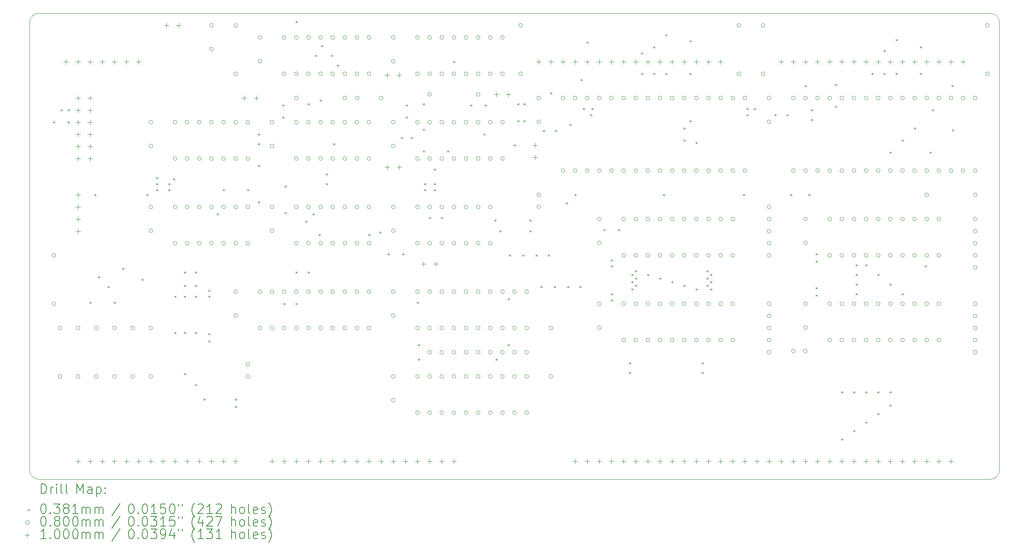
<source format=gbr>
%TF.GenerationSoftware,KiCad,Pcbnew,(7.0.0)*%
%TF.CreationDate,2024-03-28T20:34:28-07:00*%
%TF.ProjectId,video_output,76696465-6f5f-46f7-9574-7075742e6b69,rev?*%
%TF.SameCoordinates,Original*%
%TF.FileFunction,Drillmap*%
%TF.FilePolarity,Positive*%
%FSLAX45Y45*%
G04 Gerber Fmt 4.5, Leading zero omitted, Abs format (unit mm)*
G04 Created by KiCad (PCBNEW (7.0.0)) date 2024-03-28 20:34:28*
%MOMM*%
%LPD*%
G01*
G04 APERTURE LIST*
%ADD10C,0.100000*%
%ADD11C,0.200000*%
%ADD12C,0.038100*%
%ADD13C,0.080000*%
G04 APERTURE END LIST*
D10*
X25400000Y-5270500D02*
X25400000Y-14668500D01*
X25209500Y-14859000D02*
G75*
G03*
X25400000Y-14668500I0J190500D01*
G01*
X5080000Y-14668500D02*
G75*
G03*
X5270500Y-14859000I190500J0D01*
G01*
X5080000Y-14668500D02*
X5080000Y-5270500D01*
X5270500Y-5080000D02*
G75*
G03*
X5080000Y-5270500I0J-190500D01*
G01*
X25209500Y-14859000D02*
X5270500Y-14859000D01*
X25400000Y-5270500D02*
G75*
G03*
X25209500Y-5080000I-190500J0D01*
G01*
X5270500Y-5080000D02*
X25209500Y-5080000D01*
D11*
D12*
X5568950Y-7346950D02*
X5607050Y-7385050D01*
X5607050Y-7346950D02*
X5568950Y-7385050D01*
X5721350Y-7092950D02*
X5759450Y-7131050D01*
X5759450Y-7092950D02*
X5721350Y-7131050D01*
X5873750Y-7092950D02*
X5911850Y-7131050D01*
X5911850Y-7092950D02*
X5873750Y-7131050D01*
X5873750Y-7346950D02*
X5911850Y-7385050D01*
X5911850Y-7346950D02*
X5873750Y-7385050D01*
X6330950Y-11131550D02*
X6369050Y-11169650D01*
X6369050Y-11131550D02*
X6330950Y-11169650D01*
X6432550Y-8870950D02*
X6470650Y-8909050D01*
X6470650Y-8870950D02*
X6432550Y-8909050D01*
X6508750Y-10598150D02*
X6546850Y-10636250D01*
X6546850Y-10598150D02*
X6508750Y-10636250D01*
X6711950Y-10801350D02*
X6750050Y-10839450D01*
X6750050Y-10801350D02*
X6711950Y-10839450D01*
X6838950Y-11131550D02*
X6877050Y-11169650D01*
X6877050Y-11131550D02*
X6838950Y-11169650D01*
X7016750Y-10420350D02*
X7054850Y-10458450D01*
X7054850Y-10420350D02*
X7016750Y-10458450D01*
X7423150Y-10648950D02*
X7461250Y-10687050D01*
X7461250Y-10648950D02*
X7423150Y-10687050D01*
X7524750Y-8870950D02*
X7562850Y-8909050D01*
X7562850Y-8870950D02*
X7524750Y-8909050D01*
X7727950Y-8515350D02*
X7766050Y-8553450D01*
X7766050Y-8515350D02*
X7727950Y-8553450D01*
X7727950Y-8642350D02*
X7766050Y-8680450D01*
X7766050Y-8642350D02*
X7727950Y-8680450D01*
X7727950Y-8769350D02*
X7766050Y-8807450D01*
X7766050Y-8769350D02*
X7727950Y-8807450D01*
X7981950Y-8642350D02*
X8020050Y-8680450D01*
X8020050Y-8642350D02*
X7981950Y-8680450D01*
X7981950Y-8769350D02*
X8020050Y-8807450D01*
X8020050Y-8769350D02*
X7981950Y-8807450D01*
X8083550Y-8540750D02*
X8121650Y-8578850D01*
X8121650Y-8540750D02*
X8083550Y-8578850D01*
X8108950Y-11004550D02*
X8147050Y-11042650D01*
X8147050Y-11004550D02*
X8108950Y-11042650D01*
X8108950Y-11766550D02*
X8147050Y-11804650D01*
X8147050Y-11766550D02*
X8108950Y-11804650D01*
X8312150Y-10496550D02*
X8350250Y-10534650D01*
X8350250Y-10496550D02*
X8312150Y-10534650D01*
X8312150Y-10775950D02*
X8350250Y-10814050D01*
X8350250Y-10775950D02*
X8312150Y-10814050D01*
X8312150Y-11004550D02*
X8350250Y-11042650D01*
X8350250Y-11004550D02*
X8312150Y-11042650D01*
X8312150Y-11766550D02*
X8350250Y-11804650D01*
X8350250Y-11766550D02*
X8312150Y-11804650D01*
X8312150Y-12630150D02*
X8350250Y-12668250D01*
X8350250Y-12630150D02*
X8312150Y-12668250D01*
X8540750Y-10496550D02*
X8578850Y-10534650D01*
X8578850Y-10496550D02*
X8540750Y-10534650D01*
X8540750Y-10775950D02*
X8578850Y-10814050D01*
X8578850Y-10775950D02*
X8540750Y-10814050D01*
X8540750Y-11004550D02*
X8578850Y-11042650D01*
X8578850Y-11004550D02*
X8540750Y-11042650D01*
X8540750Y-11766550D02*
X8578850Y-11804650D01*
X8578850Y-11766550D02*
X8540750Y-11804650D01*
X8540750Y-12858750D02*
X8578850Y-12896850D01*
X8578850Y-12858750D02*
X8540750Y-12896850D01*
X8718550Y-13163550D02*
X8756650Y-13201650D01*
X8756650Y-13163550D02*
X8718550Y-13201650D01*
X8820150Y-10877550D02*
X8858250Y-10915650D01*
X8858250Y-10877550D02*
X8820150Y-10915650D01*
X8820150Y-11004550D02*
X8858250Y-11042650D01*
X8858250Y-11004550D02*
X8820150Y-11042650D01*
X8820150Y-11791950D02*
X8858250Y-11830050D01*
X8858250Y-11791950D02*
X8820150Y-11830050D01*
X8820150Y-11944350D02*
X8858250Y-11982450D01*
X8858250Y-11944350D02*
X8820150Y-11982450D01*
X8997950Y-9277350D02*
X9036050Y-9315450D01*
X9036050Y-9277350D02*
X8997950Y-9315450D01*
X9124950Y-8769350D02*
X9163050Y-8807450D01*
X9163050Y-8769350D02*
X9124950Y-8807450D01*
X9378950Y-13163550D02*
X9417050Y-13201650D01*
X9417050Y-13163550D02*
X9378950Y-13201650D01*
X9378950Y-13315950D02*
X9417050Y-13354050D01*
X9417050Y-13315950D02*
X9378950Y-13354050D01*
X9632950Y-8769350D02*
X9671050Y-8807450D01*
X9671050Y-8769350D02*
X9632950Y-8807450D01*
X9861550Y-7600950D02*
X9899650Y-7639050D01*
X9899650Y-7600950D02*
X9861550Y-7639050D01*
X9861550Y-7804150D02*
X9899650Y-7842250D01*
X9899650Y-7804150D02*
X9861550Y-7842250D01*
X9861550Y-8261350D02*
X9899650Y-8299450D01*
X9899650Y-8261350D02*
X9861550Y-8299450D01*
X9861550Y-9023350D02*
X9899650Y-9061450D01*
X9899650Y-9023350D02*
X9861550Y-9061450D01*
X10369550Y-6991350D02*
X10407650Y-7029450D01*
X10407650Y-6991350D02*
X10369550Y-7029450D01*
X10369550Y-7245350D02*
X10407650Y-7283450D01*
X10407650Y-7245350D02*
X10369550Y-7283450D01*
X10394950Y-11156950D02*
X10433050Y-11195050D01*
X10433050Y-11156950D02*
X10394950Y-11195050D01*
X10420350Y-8693150D02*
X10458450Y-8731250D01*
X10458450Y-8693150D02*
X10420350Y-8731250D01*
X10420350Y-9251950D02*
X10458450Y-9290050D01*
X10458450Y-9251950D02*
X10420350Y-9290050D01*
X10648950Y-5238750D02*
X10687050Y-5276850D01*
X10687050Y-5238750D02*
X10648950Y-5276850D01*
X10648950Y-10496550D02*
X10687050Y-10534650D01*
X10687050Y-10496550D02*
X10648950Y-10534650D01*
X10648950Y-11156950D02*
X10687050Y-11195050D01*
X10687050Y-11156950D02*
X10648950Y-11195050D01*
X10852150Y-9429750D02*
X10890250Y-9467850D01*
X10890250Y-9429750D02*
X10852150Y-9467850D01*
X10902950Y-6965950D02*
X10941050Y-7004050D01*
X10941050Y-6965950D02*
X10902950Y-7004050D01*
X10902950Y-10496550D02*
X10941050Y-10534650D01*
X10941050Y-10496550D02*
X10902950Y-10534650D01*
X11004550Y-9277350D02*
X11042650Y-9315450D01*
X11042650Y-9277350D02*
X11004550Y-9315450D01*
X11055350Y-5949950D02*
X11093450Y-5988050D01*
X11093450Y-5949950D02*
X11055350Y-5988050D01*
X11131550Y-9709150D02*
X11169650Y-9747250D01*
X11169650Y-9709150D02*
X11131550Y-9747250D01*
X11156950Y-6889750D02*
X11195050Y-6927850D01*
X11195050Y-6889750D02*
X11156950Y-6927850D01*
X11182350Y-5746750D02*
X11220450Y-5784850D01*
X11220450Y-5746750D02*
X11182350Y-5784850D01*
X11283950Y-8439150D02*
X11322050Y-8477250D01*
X11322050Y-8439150D02*
X11283950Y-8477250D01*
X11283950Y-8642350D02*
X11322050Y-8680450D01*
X11322050Y-8642350D02*
X11283950Y-8680450D01*
X11385550Y-5949950D02*
X11423650Y-5988050D01*
X11423650Y-5949950D02*
X11385550Y-5988050D01*
X11436350Y-7804150D02*
X11474450Y-7842250D01*
X11474450Y-7804150D02*
X11436350Y-7842250D01*
X11512550Y-6153150D02*
X11550650Y-6191250D01*
X11550650Y-6153150D02*
X11512550Y-6191250D01*
X12172950Y-9709150D02*
X12211050Y-9747250D01*
X12211050Y-9709150D02*
X12172950Y-9747250D01*
X12401550Y-9658350D02*
X12439650Y-9696450D01*
X12439650Y-9658350D02*
X12401550Y-9696450D01*
X12579350Y-10115550D02*
X12617450Y-10153650D01*
X12617450Y-10115550D02*
X12579350Y-10153650D01*
X12858750Y-7677150D02*
X12896850Y-7715250D01*
X12896850Y-7677150D02*
X12858750Y-7715250D01*
X12884150Y-10115550D02*
X12922250Y-10153650D01*
X12922250Y-10115550D02*
X12884150Y-10153650D01*
X12960350Y-6991350D02*
X12998450Y-7029450D01*
X12998450Y-6991350D02*
X12960350Y-7029450D01*
X12960350Y-7245350D02*
X12998450Y-7283450D01*
X12998450Y-7245350D02*
X12960350Y-7283450D01*
X13061950Y-7677150D02*
X13100050Y-7715250D01*
X13100050Y-7677150D02*
X13061950Y-7715250D01*
X13188950Y-11131550D02*
X13227050Y-11169650D01*
X13227050Y-11131550D02*
X13188950Y-11169650D01*
X13214350Y-12020550D02*
X13252450Y-12058650D01*
X13252450Y-12020550D02*
X13214350Y-12058650D01*
X13214350Y-12325350D02*
X13252450Y-12363450D01*
X13252450Y-12325350D02*
X13214350Y-12363450D01*
X13315950Y-6965950D02*
X13354050Y-7004050D01*
X13354050Y-6965950D02*
X13315950Y-7004050D01*
X13315950Y-7499350D02*
X13354050Y-7537450D01*
X13354050Y-7499350D02*
X13315950Y-7537450D01*
X13315950Y-7956550D02*
X13354050Y-7994650D01*
X13354050Y-7956550D02*
X13315950Y-7994650D01*
X13341350Y-8642350D02*
X13379450Y-8680450D01*
X13379450Y-8642350D02*
X13341350Y-8680450D01*
X13341350Y-8769350D02*
X13379450Y-8807450D01*
X13379450Y-8769350D02*
X13341350Y-8807450D01*
X13442950Y-9353550D02*
X13481050Y-9391650D01*
X13481050Y-9353550D02*
X13442950Y-9391650D01*
X13544550Y-8337550D02*
X13582650Y-8375650D01*
X13582650Y-8337550D02*
X13544550Y-8375650D01*
X13544550Y-8642350D02*
X13582650Y-8680450D01*
X13582650Y-8642350D02*
X13544550Y-8680450D01*
X13544550Y-8769350D02*
X13582650Y-8807450D01*
X13582650Y-8769350D02*
X13544550Y-8807450D01*
X13696950Y-9353550D02*
X13735050Y-9391650D01*
X13735050Y-9353550D02*
X13696950Y-9391650D01*
X13823950Y-7956550D02*
X13862050Y-7994650D01*
X13862050Y-7956550D02*
X13823950Y-7994650D01*
X13950950Y-6076950D02*
X13989050Y-6115050D01*
X13989050Y-6076950D02*
X13950950Y-6115050D01*
X14306550Y-6991350D02*
X14344650Y-7029450D01*
X14344650Y-6991350D02*
X14306550Y-7029450D01*
X14585950Y-7600950D02*
X14624050Y-7639050D01*
X14624050Y-7600950D02*
X14585950Y-7639050D01*
X14611350Y-6991350D02*
X14649450Y-7029450D01*
X14649450Y-6991350D02*
X14611350Y-7029450D01*
X14814550Y-9404350D02*
X14852650Y-9442450D01*
X14852650Y-9404350D02*
X14814550Y-9442450D01*
X14839950Y-12325350D02*
X14878050Y-12363450D01*
X14878050Y-12325350D02*
X14839950Y-12363450D01*
X14916150Y-9632950D02*
X14954250Y-9671050D01*
X14954250Y-9632950D02*
X14916150Y-9671050D01*
X15093950Y-11055350D02*
X15132050Y-11093450D01*
X15132050Y-11055350D02*
X15093950Y-11093450D01*
X15093950Y-12020550D02*
X15132050Y-12058650D01*
X15132050Y-12020550D02*
X15093950Y-12058650D01*
X15119350Y-10140950D02*
X15157450Y-10179050D01*
X15157450Y-10140950D02*
X15119350Y-10179050D01*
X15220950Y-7829550D02*
X15259050Y-7867650D01*
X15259050Y-7829550D02*
X15220950Y-7867650D01*
X15297150Y-6965950D02*
X15335250Y-7004050D01*
X15335250Y-6965950D02*
X15297150Y-7004050D01*
X15297150Y-7321550D02*
X15335250Y-7359650D01*
X15335250Y-7321550D02*
X15297150Y-7359650D01*
X15398750Y-10140950D02*
X15436850Y-10179050D01*
X15436850Y-10140950D02*
X15398750Y-10179050D01*
X15424150Y-6965950D02*
X15462250Y-7004050D01*
X15462250Y-6965950D02*
X15424150Y-7004050D01*
X15424150Y-7321550D02*
X15462250Y-7359650D01*
X15462250Y-7321550D02*
X15424150Y-7359650D01*
X15551150Y-9404350D02*
X15589250Y-9442450D01*
X15589250Y-9404350D02*
X15551150Y-9442450D01*
X15551150Y-9632950D02*
X15589250Y-9671050D01*
X15589250Y-9632950D02*
X15551150Y-9671050D01*
X15678150Y-10140950D02*
X15716250Y-10179050D01*
X15716250Y-10140950D02*
X15678150Y-10179050D01*
X15779750Y-10801350D02*
X15817850Y-10839450D01*
X15817850Y-10801350D02*
X15779750Y-10839450D01*
X15830550Y-7524750D02*
X15868650Y-7562850D01*
X15868650Y-7524750D02*
X15830550Y-7562850D01*
X15932150Y-10140950D02*
X15970250Y-10179050D01*
X15970250Y-10140950D02*
X15932150Y-10179050D01*
X15982950Y-6737350D02*
X16021050Y-6775450D01*
X16021050Y-6737350D02*
X15982950Y-6775450D01*
X16059150Y-10801350D02*
X16097250Y-10839450D01*
X16097250Y-10801350D02*
X16059150Y-10839450D01*
X16084550Y-7524750D02*
X16122650Y-7562850D01*
X16122650Y-7524750D02*
X16084550Y-7562850D01*
X16313150Y-9048750D02*
X16351250Y-9086850D01*
X16351250Y-9048750D02*
X16313150Y-9086850D01*
X16338550Y-10801350D02*
X16376650Y-10839450D01*
X16376650Y-10801350D02*
X16338550Y-10839450D01*
X16389350Y-7397750D02*
X16427450Y-7435850D01*
X16427450Y-7397750D02*
X16389350Y-7435850D01*
X16490950Y-8870950D02*
X16529050Y-8909050D01*
X16529050Y-8870950D02*
X16490950Y-8909050D01*
X16592550Y-10801350D02*
X16630650Y-10839450D01*
X16630650Y-10801350D02*
X16592550Y-10839450D01*
X16617950Y-6457950D02*
X16656050Y-6496050D01*
X16656050Y-6457950D02*
X16617950Y-6496050D01*
X16668750Y-7067550D02*
X16706850Y-7105650D01*
X16706850Y-7067550D02*
X16668750Y-7105650D01*
X16744950Y-5670550D02*
X16783050Y-5708650D01*
X16783050Y-5670550D02*
X16744950Y-5708650D01*
X16821150Y-7194550D02*
X16859250Y-7232650D01*
X16859250Y-7194550D02*
X16821150Y-7232650D01*
X16846550Y-7067550D02*
X16884650Y-7105650D01*
X16884650Y-7067550D02*
X16846550Y-7105650D01*
X17100550Y-9607550D02*
X17138650Y-9645650D01*
X17138650Y-9607550D02*
X17100550Y-9645650D01*
X17252950Y-10242550D02*
X17291050Y-10280650D01*
X17291050Y-10242550D02*
X17252950Y-10280650D01*
X17252950Y-10369550D02*
X17291050Y-10407650D01*
X17291050Y-10369550D02*
X17252950Y-10407650D01*
X17252950Y-10953750D02*
X17291050Y-10991850D01*
X17291050Y-10953750D02*
X17252950Y-10991850D01*
X17252950Y-11080750D02*
X17291050Y-11118850D01*
X17291050Y-11080750D02*
X17252950Y-11118850D01*
X17405350Y-9607550D02*
X17443450Y-9645650D01*
X17443450Y-9607550D02*
X17405350Y-9645650D01*
X17633950Y-12401550D02*
X17672050Y-12439650D01*
X17672050Y-12401550D02*
X17633950Y-12439650D01*
X17633950Y-12604750D02*
X17672050Y-12642850D01*
X17672050Y-12604750D02*
X17633950Y-12642850D01*
X17684750Y-10547350D02*
X17722850Y-10585450D01*
X17722850Y-10547350D02*
X17684750Y-10585450D01*
X17684750Y-10699750D02*
X17722850Y-10737850D01*
X17722850Y-10699750D02*
X17684750Y-10737850D01*
X17684750Y-10852150D02*
X17722850Y-10890250D01*
X17722850Y-10852150D02*
X17684750Y-10890250D01*
X17760950Y-10471150D02*
X17799050Y-10509250D01*
X17799050Y-10471150D02*
X17760950Y-10509250D01*
X17760950Y-10623550D02*
X17799050Y-10661650D01*
X17799050Y-10623550D02*
X17760950Y-10661650D01*
X17760950Y-10775950D02*
X17799050Y-10814050D01*
X17799050Y-10775950D02*
X17760950Y-10814050D01*
X17887950Y-5899150D02*
X17926050Y-5937250D01*
X17926050Y-5899150D02*
X17887950Y-5937250D01*
X17887950Y-6330950D02*
X17926050Y-6369050D01*
X17926050Y-6330950D02*
X17887950Y-6369050D01*
X18014950Y-10547350D02*
X18053050Y-10585450D01*
X18053050Y-10547350D02*
X18014950Y-10585450D01*
X18141950Y-5772150D02*
X18180050Y-5810250D01*
X18180050Y-5772150D02*
X18141950Y-5810250D01*
X18141950Y-6330950D02*
X18180050Y-6369050D01*
X18180050Y-6330950D02*
X18141950Y-6369050D01*
X18268950Y-10623550D02*
X18307050Y-10661650D01*
X18307050Y-10623550D02*
X18268950Y-10661650D01*
X18345150Y-8870950D02*
X18383250Y-8909050D01*
X18383250Y-8870950D02*
X18345150Y-8909050D01*
X18395950Y-5518150D02*
X18434050Y-5556250D01*
X18434050Y-5518150D02*
X18395950Y-5556250D01*
X18395950Y-6330950D02*
X18434050Y-6369050D01*
X18434050Y-6330950D02*
X18395950Y-6369050D01*
X18522950Y-10699750D02*
X18561050Y-10737850D01*
X18561050Y-10699750D02*
X18522950Y-10737850D01*
X18776950Y-7473950D02*
X18815050Y-7512050D01*
X18815050Y-7473950D02*
X18776950Y-7512050D01*
X18776950Y-7727950D02*
X18815050Y-7766050D01*
X18815050Y-7727950D02*
X18776950Y-7766050D01*
X18776950Y-10775950D02*
X18815050Y-10814050D01*
X18815050Y-10775950D02*
X18776950Y-10814050D01*
X18903950Y-5645150D02*
X18942050Y-5683250D01*
X18942050Y-5645150D02*
X18903950Y-5683250D01*
X18903950Y-6330950D02*
X18942050Y-6369050D01*
X18942050Y-6330950D02*
X18903950Y-6369050D01*
X18903950Y-7321550D02*
X18942050Y-7359650D01*
X18942050Y-7321550D02*
X18903950Y-7359650D01*
X19030950Y-7778750D02*
X19069050Y-7816850D01*
X19069050Y-7778750D02*
X19030950Y-7816850D01*
X19030950Y-10852150D02*
X19069050Y-10890250D01*
X19069050Y-10852150D02*
X19030950Y-10890250D01*
X19157950Y-12401550D02*
X19196050Y-12439650D01*
X19196050Y-12401550D02*
X19157950Y-12439650D01*
X19157950Y-12604750D02*
X19196050Y-12642850D01*
X19196050Y-12604750D02*
X19157950Y-12642850D01*
X19259550Y-10471150D02*
X19297650Y-10509250D01*
X19297650Y-10471150D02*
X19259550Y-10509250D01*
X19259550Y-10623550D02*
X19297650Y-10661650D01*
X19297650Y-10623550D02*
X19259550Y-10661650D01*
X19259550Y-10775950D02*
X19297650Y-10814050D01*
X19297650Y-10775950D02*
X19259550Y-10814050D01*
X19335750Y-10547350D02*
X19373850Y-10585450D01*
X19373850Y-10547350D02*
X19335750Y-10585450D01*
X19335750Y-10699750D02*
X19373850Y-10737850D01*
X19373850Y-10699750D02*
X19335750Y-10737850D01*
X19335750Y-10852150D02*
X19373850Y-10890250D01*
X19373850Y-10852150D02*
X19335750Y-10890250D01*
X20021550Y-8870950D02*
X20059650Y-8909050D01*
X20059650Y-8870950D02*
X20021550Y-8909050D01*
X20097750Y-7067550D02*
X20135850Y-7105650D01*
X20135850Y-7067550D02*
X20097750Y-7105650D01*
X20097750Y-7194550D02*
X20135850Y-7232650D01*
X20135850Y-7194550D02*
X20097750Y-7232650D01*
X20250150Y-7067550D02*
X20288250Y-7105650D01*
X20288250Y-7067550D02*
X20250150Y-7105650D01*
X20681950Y-7194550D02*
X20720050Y-7232650D01*
X20720050Y-7194550D02*
X20681950Y-7232650D01*
X20935950Y-7194550D02*
X20974050Y-7232650D01*
X20974050Y-7194550D02*
X20935950Y-7232650D01*
X21012150Y-8870950D02*
X21050250Y-8909050D01*
X21050250Y-8870950D02*
X21012150Y-8909050D01*
X21316950Y-6584950D02*
X21355050Y-6623050D01*
X21355050Y-6584950D02*
X21316950Y-6623050D01*
X21393150Y-8870950D02*
X21431250Y-8909050D01*
X21431250Y-8870950D02*
X21393150Y-8909050D01*
X21443950Y-7092950D02*
X21482050Y-7131050D01*
X21482050Y-7092950D02*
X21443950Y-7131050D01*
X21443950Y-7296150D02*
X21482050Y-7334250D01*
X21482050Y-7296150D02*
X21443950Y-7334250D01*
X21545550Y-10115550D02*
X21583650Y-10153650D01*
X21583650Y-10115550D02*
X21545550Y-10153650D01*
X21545550Y-10267950D02*
X21583650Y-10306050D01*
X21583650Y-10267950D02*
X21545550Y-10306050D01*
X21545550Y-10826750D02*
X21583650Y-10864850D01*
X21583650Y-10826750D02*
X21545550Y-10864850D01*
X21545550Y-10979150D02*
X21583650Y-11017250D01*
X21583650Y-10979150D02*
X21545550Y-11017250D01*
X21951950Y-6559550D02*
X21990050Y-6597650D01*
X21990050Y-6559550D02*
X21951950Y-6597650D01*
X21951950Y-7016750D02*
X21990050Y-7054850D01*
X21990050Y-7016750D02*
X21951950Y-7054850D01*
X22078950Y-13011150D02*
X22117050Y-13049250D01*
X22117050Y-13011150D02*
X22078950Y-13049250D01*
X22078950Y-14001750D02*
X22117050Y-14039850D01*
X22117050Y-14001750D02*
X22078950Y-14039850D01*
X22332950Y-13011150D02*
X22371050Y-13049250D01*
X22371050Y-13011150D02*
X22332950Y-13049250D01*
X22332950Y-13823950D02*
X22371050Y-13862050D01*
X22371050Y-13823950D02*
X22332950Y-13862050D01*
X22383750Y-10344150D02*
X22421850Y-10382250D01*
X22421850Y-10344150D02*
X22383750Y-10382250D01*
X22383750Y-10547350D02*
X22421850Y-10585450D01*
X22421850Y-10547350D02*
X22383750Y-10585450D01*
X22383750Y-10750550D02*
X22421850Y-10788650D01*
X22421850Y-10750550D02*
X22383750Y-10788650D01*
X22383750Y-10953750D02*
X22421850Y-10991850D01*
X22421850Y-10953750D02*
X22383750Y-10991850D01*
X22586950Y-10344150D02*
X22625050Y-10382250D01*
X22625050Y-10344150D02*
X22586950Y-10382250D01*
X22586950Y-13011150D02*
X22625050Y-13049250D01*
X22625050Y-13011150D02*
X22586950Y-13049250D01*
X22586950Y-13646150D02*
X22625050Y-13684250D01*
X22625050Y-13646150D02*
X22586950Y-13684250D01*
X22713950Y-6330950D02*
X22752050Y-6369050D01*
X22752050Y-6330950D02*
X22713950Y-6369050D01*
X22840950Y-10547350D02*
X22879050Y-10585450D01*
X22879050Y-10547350D02*
X22840950Y-10585450D01*
X22840950Y-13011150D02*
X22879050Y-13049250D01*
X22879050Y-13011150D02*
X22840950Y-13049250D01*
X22840950Y-13468350D02*
X22879050Y-13506450D01*
X22879050Y-13468350D02*
X22840950Y-13506450D01*
X22967950Y-5848350D02*
X23006050Y-5886450D01*
X23006050Y-5848350D02*
X22967950Y-5886450D01*
X22967950Y-6330950D02*
X23006050Y-6369050D01*
X23006050Y-6330950D02*
X22967950Y-6369050D01*
X23094950Y-7981950D02*
X23133050Y-8020050D01*
X23133050Y-7981950D02*
X23094950Y-8020050D01*
X23094950Y-10750550D02*
X23133050Y-10788650D01*
X23133050Y-10750550D02*
X23094950Y-10788650D01*
X23094950Y-13011150D02*
X23133050Y-13049250D01*
X23133050Y-13011150D02*
X23094950Y-13049250D01*
X23094950Y-13290550D02*
X23133050Y-13328650D01*
X23133050Y-13290550D02*
X23094950Y-13328650D01*
X23221950Y-5619750D02*
X23260050Y-5657850D01*
X23260050Y-5619750D02*
X23221950Y-5657850D01*
X23221950Y-6330950D02*
X23260050Y-6369050D01*
X23260050Y-6330950D02*
X23221950Y-6369050D01*
X23348950Y-7727950D02*
X23387050Y-7766050D01*
X23387050Y-7727950D02*
X23348950Y-7766050D01*
X23348950Y-10953750D02*
X23387050Y-10991850D01*
X23387050Y-10953750D02*
X23348950Y-10991850D01*
X23602950Y-7473950D02*
X23641050Y-7512050D01*
X23641050Y-7473950D02*
X23602950Y-7512050D01*
X23729950Y-5772150D02*
X23768050Y-5810250D01*
X23768050Y-5772150D02*
X23729950Y-5810250D01*
X23729950Y-6330950D02*
X23768050Y-6369050D01*
X23768050Y-6330950D02*
X23729950Y-6369050D01*
X23831550Y-10369550D02*
X23869650Y-10407650D01*
X23869650Y-10369550D02*
X23831550Y-10407650D01*
X23933150Y-7981950D02*
X23971250Y-8020050D01*
X23971250Y-7981950D02*
X23933150Y-8020050D01*
X23983950Y-7092950D02*
X24022050Y-7131050D01*
X24022050Y-7092950D02*
X23983950Y-7131050D01*
X24390350Y-6584950D02*
X24428450Y-6623050D01*
X24428450Y-6584950D02*
X24390350Y-6623050D01*
X24403050Y-7512050D02*
X24441150Y-7550150D01*
X24441150Y-7512050D02*
X24403050Y-7550150D01*
D13*
X5628000Y-10160000D02*
G75*
G03*
X5628000Y-10160000I-40000J0D01*
G01*
X5628000Y-11176000D02*
G75*
G03*
X5628000Y-11176000I-40000J0D01*
G01*
X5755000Y-11684000D02*
G75*
G03*
X5755000Y-11684000I-40000J0D01*
G01*
X5755000Y-12700000D02*
G75*
G03*
X5755000Y-12700000I-40000J0D01*
G01*
X6136000Y-11684000D02*
G75*
G03*
X6136000Y-11684000I-40000J0D01*
G01*
X6136000Y-12700000D02*
G75*
G03*
X6136000Y-12700000I-40000J0D01*
G01*
X6517000Y-11684000D02*
G75*
G03*
X6517000Y-11684000I-40000J0D01*
G01*
X6517000Y-12700000D02*
G75*
G03*
X6517000Y-12700000I-40000J0D01*
G01*
X6898000Y-11684000D02*
G75*
G03*
X6898000Y-11684000I-40000J0D01*
G01*
X6898000Y-12700000D02*
G75*
G03*
X6898000Y-12700000I-40000J0D01*
G01*
X7279000Y-11684000D02*
G75*
G03*
X7279000Y-11684000I-40000J0D01*
G01*
X7279000Y-12700000D02*
G75*
G03*
X7279000Y-12700000I-40000J0D01*
G01*
X7660000Y-7366000D02*
G75*
G03*
X7660000Y-7366000I-40000J0D01*
G01*
X7660000Y-7866000D02*
G75*
G03*
X7660000Y-7866000I-40000J0D01*
G01*
X7660000Y-9144000D02*
G75*
G03*
X7660000Y-9144000I-40000J0D01*
G01*
X7660000Y-9644000D02*
G75*
G03*
X7660000Y-9644000I-40000J0D01*
G01*
X7660000Y-11684000D02*
G75*
G03*
X7660000Y-11684000I-40000J0D01*
G01*
X7660000Y-12700000D02*
G75*
G03*
X7660000Y-12700000I-40000J0D01*
G01*
X8168000Y-7366000D02*
G75*
G03*
X8168000Y-7366000I-40000J0D01*
G01*
X8168000Y-8128000D02*
G75*
G03*
X8168000Y-8128000I-40000J0D01*
G01*
X8168000Y-9144000D02*
G75*
G03*
X8168000Y-9144000I-40000J0D01*
G01*
X8168000Y-9906000D02*
G75*
G03*
X8168000Y-9906000I-40000J0D01*
G01*
X8422000Y-7366000D02*
G75*
G03*
X8422000Y-7366000I-40000J0D01*
G01*
X8422000Y-8128000D02*
G75*
G03*
X8422000Y-8128000I-40000J0D01*
G01*
X8422000Y-9144000D02*
G75*
G03*
X8422000Y-9144000I-40000J0D01*
G01*
X8422000Y-9906000D02*
G75*
G03*
X8422000Y-9906000I-40000J0D01*
G01*
X8676000Y-7366000D02*
G75*
G03*
X8676000Y-7366000I-40000J0D01*
G01*
X8676000Y-8128000D02*
G75*
G03*
X8676000Y-8128000I-40000J0D01*
G01*
X8676000Y-9144000D02*
G75*
G03*
X8676000Y-9144000I-40000J0D01*
G01*
X8676000Y-9906000D02*
G75*
G03*
X8676000Y-9906000I-40000J0D01*
G01*
X8930000Y-5334000D02*
G75*
G03*
X8930000Y-5334000I-40000J0D01*
G01*
X8930000Y-5834000D02*
G75*
G03*
X8930000Y-5834000I-40000J0D01*
G01*
X8930000Y-7366000D02*
G75*
G03*
X8930000Y-7366000I-40000J0D01*
G01*
X8930000Y-8128000D02*
G75*
G03*
X8930000Y-8128000I-40000J0D01*
G01*
X8930000Y-9144000D02*
G75*
G03*
X8930000Y-9144000I-40000J0D01*
G01*
X8930000Y-9906000D02*
G75*
G03*
X8930000Y-9906000I-40000J0D01*
G01*
X9184000Y-7366000D02*
G75*
G03*
X9184000Y-7366000I-40000J0D01*
G01*
X9184000Y-8128000D02*
G75*
G03*
X9184000Y-8128000I-40000J0D01*
G01*
X9184000Y-9144000D02*
G75*
G03*
X9184000Y-9144000I-40000J0D01*
G01*
X9184000Y-9906000D02*
G75*
G03*
X9184000Y-9906000I-40000J0D01*
G01*
X9438000Y-5334000D02*
G75*
G03*
X9438000Y-5334000I-40000J0D01*
G01*
X9438000Y-6350000D02*
G75*
G03*
X9438000Y-6350000I-40000J0D01*
G01*
X9438000Y-7366000D02*
G75*
G03*
X9438000Y-7366000I-40000J0D01*
G01*
X9438000Y-8128000D02*
G75*
G03*
X9438000Y-8128000I-40000J0D01*
G01*
X9438000Y-9144000D02*
G75*
G03*
X9438000Y-9144000I-40000J0D01*
G01*
X9438000Y-9906000D02*
G75*
G03*
X9438000Y-9906000I-40000J0D01*
G01*
X9438000Y-10922000D02*
G75*
G03*
X9438000Y-10922000I-40000J0D01*
G01*
X9438000Y-11422000D02*
G75*
G03*
X9438000Y-11422000I-40000J0D01*
G01*
X9692000Y-7366000D02*
G75*
G03*
X9692000Y-7366000I-40000J0D01*
G01*
X9692000Y-8128000D02*
G75*
G03*
X9692000Y-8128000I-40000J0D01*
G01*
X9692000Y-9144000D02*
G75*
G03*
X9692000Y-9144000I-40000J0D01*
G01*
X9692000Y-9906000D02*
G75*
G03*
X9692000Y-9906000I-40000J0D01*
G01*
X9692000Y-12450000D02*
G75*
G03*
X9692000Y-12450000I-40000J0D01*
G01*
X9692000Y-12700000D02*
G75*
G03*
X9692000Y-12700000I-40000J0D01*
G01*
X9946000Y-5588000D02*
G75*
G03*
X9946000Y-5588000I-40000J0D01*
G01*
X9946000Y-6088000D02*
G75*
G03*
X9946000Y-6088000I-40000J0D01*
G01*
X9946000Y-10922000D02*
G75*
G03*
X9946000Y-10922000I-40000J0D01*
G01*
X9946000Y-11684000D02*
G75*
G03*
X9946000Y-11684000I-40000J0D01*
G01*
X10200000Y-7366000D02*
G75*
G03*
X10200000Y-7366000I-40000J0D01*
G01*
X10200000Y-7866000D02*
G75*
G03*
X10200000Y-7866000I-40000J0D01*
G01*
X10200000Y-9144000D02*
G75*
G03*
X10200000Y-9144000I-40000J0D01*
G01*
X10200000Y-9644000D02*
G75*
G03*
X10200000Y-9644000I-40000J0D01*
G01*
X10200000Y-10922000D02*
G75*
G03*
X10200000Y-10922000I-40000J0D01*
G01*
X10200000Y-11684000D02*
G75*
G03*
X10200000Y-11684000I-40000J0D01*
G01*
X10454000Y-5588000D02*
G75*
G03*
X10454000Y-5588000I-40000J0D01*
G01*
X10454000Y-6350000D02*
G75*
G03*
X10454000Y-6350000I-40000J0D01*
G01*
X10454000Y-10922000D02*
G75*
G03*
X10454000Y-10922000I-40000J0D01*
G01*
X10454000Y-11684000D02*
G75*
G03*
X10454000Y-11684000I-40000J0D01*
G01*
X10708000Y-5588000D02*
G75*
G03*
X10708000Y-5588000I-40000J0D01*
G01*
X10708000Y-6350000D02*
G75*
G03*
X10708000Y-6350000I-40000J0D01*
G01*
X10708000Y-6858000D02*
G75*
G03*
X10708000Y-6858000I-40000J0D01*
G01*
X10708000Y-7366000D02*
G75*
G03*
X10708000Y-7366000I-40000J0D01*
G01*
X10708000Y-8128000D02*
G75*
G03*
X10708000Y-8128000I-40000J0D01*
G01*
X10708000Y-9144000D02*
G75*
G03*
X10708000Y-9144000I-40000J0D01*
G01*
X10708000Y-9906000D02*
G75*
G03*
X10708000Y-9906000I-40000J0D01*
G01*
X10708000Y-10922000D02*
G75*
G03*
X10708000Y-10922000I-40000J0D01*
G01*
X10708000Y-11684000D02*
G75*
G03*
X10708000Y-11684000I-40000J0D01*
G01*
X10962000Y-5588000D02*
G75*
G03*
X10962000Y-5588000I-40000J0D01*
G01*
X10962000Y-6350000D02*
G75*
G03*
X10962000Y-6350000I-40000J0D01*
G01*
X10962000Y-7366000D02*
G75*
G03*
X10962000Y-7366000I-40000J0D01*
G01*
X10962000Y-8128000D02*
G75*
G03*
X10962000Y-8128000I-40000J0D01*
G01*
X10962000Y-9144000D02*
G75*
G03*
X10962000Y-9144000I-40000J0D01*
G01*
X10962000Y-9906000D02*
G75*
G03*
X10962000Y-9906000I-40000J0D01*
G01*
X10962000Y-10922000D02*
G75*
G03*
X10962000Y-10922000I-40000J0D01*
G01*
X10962000Y-11684000D02*
G75*
G03*
X10962000Y-11684000I-40000J0D01*
G01*
X11216000Y-5588000D02*
G75*
G03*
X11216000Y-5588000I-40000J0D01*
G01*
X11216000Y-6350000D02*
G75*
G03*
X11216000Y-6350000I-40000J0D01*
G01*
X11216000Y-7366000D02*
G75*
G03*
X11216000Y-7366000I-40000J0D01*
G01*
X11216000Y-8128000D02*
G75*
G03*
X11216000Y-8128000I-40000J0D01*
G01*
X11216000Y-9144000D02*
G75*
G03*
X11216000Y-9144000I-40000J0D01*
G01*
X11216000Y-9906000D02*
G75*
G03*
X11216000Y-9906000I-40000J0D01*
G01*
X11216000Y-10922000D02*
G75*
G03*
X11216000Y-10922000I-40000J0D01*
G01*
X11216000Y-11684000D02*
G75*
G03*
X11216000Y-11684000I-40000J0D01*
G01*
X11470000Y-5588000D02*
G75*
G03*
X11470000Y-5588000I-40000J0D01*
G01*
X11470000Y-6350000D02*
G75*
G03*
X11470000Y-6350000I-40000J0D01*
G01*
X11470000Y-7366000D02*
G75*
G03*
X11470000Y-7366000I-40000J0D01*
G01*
X11470000Y-8128000D02*
G75*
G03*
X11470000Y-8128000I-40000J0D01*
G01*
X11470000Y-9144000D02*
G75*
G03*
X11470000Y-9144000I-40000J0D01*
G01*
X11470000Y-9906000D02*
G75*
G03*
X11470000Y-9906000I-40000J0D01*
G01*
X11470000Y-10922000D02*
G75*
G03*
X11470000Y-10922000I-40000J0D01*
G01*
X11470000Y-11684000D02*
G75*
G03*
X11470000Y-11684000I-40000J0D01*
G01*
X11724000Y-5588000D02*
G75*
G03*
X11724000Y-5588000I-40000J0D01*
G01*
X11724000Y-6350000D02*
G75*
G03*
X11724000Y-6350000I-40000J0D01*
G01*
X11724000Y-6858000D02*
G75*
G03*
X11724000Y-6858000I-40000J0D01*
G01*
X11724000Y-7366000D02*
G75*
G03*
X11724000Y-7366000I-40000J0D01*
G01*
X11724000Y-8128000D02*
G75*
G03*
X11724000Y-8128000I-40000J0D01*
G01*
X11724000Y-9144000D02*
G75*
G03*
X11724000Y-9144000I-40000J0D01*
G01*
X11724000Y-9906000D02*
G75*
G03*
X11724000Y-9906000I-40000J0D01*
G01*
X11724000Y-10922000D02*
G75*
G03*
X11724000Y-10922000I-40000J0D01*
G01*
X11724000Y-11684000D02*
G75*
G03*
X11724000Y-11684000I-40000J0D01*
G01*
X11978000Y-5588000D02*
G75*
G03*
X11978000Y-5588000I-40000J0D01*
G01*
X11978000Y-6350000D02*
G75*
G03*
X11978000Y-6350000I-40000J0D01*
G01*
X11978000Y-7366000D02*
G75*
G03*
X11978000Y-7366000I-40000J0D01*
G01*
X11978000Y-8128000D02*
G75*
G03*
X11978000Y-8128000I-40000J0D01*
G01*
X11978000Y-9144000D02*
G75*
G03*
X11978000Y-9144000I-40000J0D01*
G01*
X11978000Y-9906000D02*
G75*
G03*
X11978000Y-9906000I-40000J0D01*
G01*
X11978000Y-10922000D02*
G75*
G03*
X11978000Y-10922000I-40000J0D01*
G01*
X11978000Y-11684000D02*
G75*
G03*
X11978000Y-11684000I-40000J0D01*
G01*
X11986000Y-6858000D02*
G75*
G03*
X11986000Y-6858000I-40000J0D01*
G01*
X12232000Y-5588000D02*
G75*
G03*
X12232000Y-5588000I-40000J0D01*
G01*
X12232000Y-6350000D02*
G75*
G03*
X12232000Y-6350000I-40000J0D01*
G01*
X12232000Y-7366000D02*
G75*
G03*
X12232000Y-7366000I-40000J0D01*
G01*
X12232000Y-8128000D02*
G75*
G03*
X12232000Y-8128000I-40000J0D01*
G01*
X12232000Y-9144000D02*
G75*
G03*
X12232000Y-9144000I-40000J0D01*
G01*
X12232000Y-9906000D02*
G75*
G03*
X12232000Y-9906000I-40000J0D01*
G01*
X12232000Y-10922000D02*
G75*
G03*
X12232000Y-10922000I-40000J0D01*
G01*
X12232000Y-11684000D02*
G75*
G03*
X12232000Y-11684000I-40000J0D01*
G01*
X12486000Y-6858000D02*
G75*
G03*
X12486000Y-6858000I-40000J0D01*
G01*
X12740000Y-5588000D02*
G75*
G03*
X12740000Y-5588000I-40000J0D01*
G01*
X12740000Y-6088000D02*
G75*
G03*
X12740000Y-6088000I-40000J0D01*
G01*
X12740000Y-7366000D02*
G75*
G03*
X12740000Y-7366000I-40000J0D01*
G01*
X12740000Y-7866000D02*
G75*
G03*
X12740000Y-7866000I-40000J0D01*
G01*
X12740000Y-9144000D02*
G75*
G03*
X12740000Y-9144000I-40000J0D01*
G01*
X12740000Y-9644000D02*
G75*
G03*
X12740000Y-9644000I-40000J0D01*
G01*
X12740000Y-10922000D02*
G75*
G03*
X12740000Y-10922000I-40000J0D01*
G01*
X12740000Y-11422000D02*
G75*
G03*
X12740000Y-11422000I-40000J0D01*
G01*
X12740000Y-12700000D02*
G75*
G03*
X12740000Y-12700000I-40000J0D01*
G01*
X12740000Y-13200000D02*
G75*
G03*
X12740000Y-13200000I-40000J0D01*
G01*
X13248000Y-5588000D02*
G75*
G03*
X13248000Y-5588000I-40000J0D01*
G01*
X13248000Y-6350000D02*
G75*
G03*
X13248000Y-6350000I-40000J0D01*
G01*
X13248000Y-7366000D02*
G75*
G03*
X13248000Y-7366000I-40000J0D01*
G01*
X13248000Y-8128000D02*
G75*
G03*
X13248000Y-8128000I-40000J0D01*
G01*
X13248000Y-9144000D02*
G75*
G03*
X13248000Y-9144000I-40000J0D01*
G01*
X13248000Y-9906000D02*
G75*
G03*
X13248000Y-9906000I-40000J0D01*
G01*
X13248000Y-10922000D02*
G75*
G03*
X13248000Y-10922000I-40000J0D01*
G01*
X13248000Y-11684000D02*
G75*
G03*
X13248000Y-11684000I-40000J0D01*
G01*
X13248000Y-12700000D02*
G75*
G03*
X13248000Y-12700000I-40000J0D01*
G01*
X13248000Y-13462000D02*
G75*
G03*
X13248000Y-13462000I-40000J0D01*
G01*
X13502000Y-5588000D02*
G75*
G03*
X13502000Y-5588000I-40000J0D01*
G01*
X13502000Y-6350000D02*
G75*
G03*
X13502000Y-6350000I-40000J0D01*
G01*
X13502000Y-6781800D02*
G75*
G03*
X13502000Y-6781800I-40000J0D01*
G01*
X13502000Y-7366000D02*
G75*
G03*
X13502000Y-7366000I-40000J0D01*
G01*
X13502000Y-8128000D02*
G75*
G03*
X13502000Y-8128000I-40000J0D01*
G01*
X13502000Y-9144000D02*
G75*
G03*
X13502000Y-9144000I-40000J0D01*
G01*
X13502000Y-9906000D02*
G75*
G03*
X13502000Y-9906000I-40000J0D01*
G01*
X13502000Y-10922000D02*
G75*
G03*
X13502000Y-10922000I-40000J0D01*
G01*
X13502000Y-11684000D02*
G75*
G03*
X13502000Y-11684000I-40000J0D01*
G01*
X13502000Y-12192000D02*
G75*
G03*
X13502000Y-12192000I-40000J0D01*
G01*
X13502000Y-12700000D02*
G75*
G03*
X13502000Y-12700000I-40000J0D01*
G01*
X13502000Y-13462000D02*
G75*
G03*
X13502000Y-13462000I-40000J0D01*
G01*
X13756000Y-5588000D02*
G75*
G03*
X13756000Y-5588000I-40000J0D01*
G01*
X13756000Y-6350000D02*
G75*
G03*
X13756000Y-6350000I-40000J0D01*
G01*
X13756000Y-7366000D02*
G75*
G03*
X13756000Y-7366000I-40000J0D01*
G01*
X13756000Y-8128000D02*
G75*
G03*
X13756000Y-8128000I-40000J0D01*
G01*
X13756000Y-9144000D02*
G75*
G03*
X13756000Y-9144000I-40000J0D01*
G01*
X13756000Y-9906000D02*
G75*
G03*
X13756000Y-9906000I-40000J0D01*
G01*
X13756000Y-10922000D02*
G75*
G03*
X13756000Y-10922000I-40000J0D01*
G01*
X13756000Y-11684000D02*
G75*
G03*
X13756000Y-11684000I-40000J0D01*
G01*
X13756000Y-12192000D02*
G75*
G03*
X13756000Y-12192000I-40000J0D01*
G01*
X13756000Y-12700000D02*
G75*
G03*
X13756000Y-12700000I-40000J0D01*
G01*
X13756000Y-13462000D02*
G75*
G03*
X13756000Y-13462000I-40000J0D01*
G01*
X14010000Y-5588000D02*
G75*
G03*
X14010000Y-5588000I-40000J0D01*
G01*
X14010000Y-6350000D02*
G75*
G03*
X14010000Y-6350000I-40000J0D01*
G01*
X14010000Y-7366000D02*
G75*
G03*
X14010000Y-7366000I-40000J0D01*
G01*
X14010000Y-8128000D02*
G75*
G03*
X14010000Y-8128000I-40000J0D01*
G01*
X14010000Y-9144000D02*
G75*
G03*
X14010000Y-9144000I-40000J0D01*
G01*
X14010000Y-9906000D02*
G75*
G03*
X14010000Y-9906000I-40000J0D01*
G01*
X14010000Y-10922000D02*
G75*
G03*
X14010000Y-10922000I-40000J0D01*
G01*
X14010000Y-11684000D02*
G75*
G03*
X14010000Y-11684000I-40000J0D01*
G01*
X14010000Y-12192000D02*
G75*
G03*
X14010000Y-12192000I-40000J0D01*
G01*
X14010000Y-12700000D02*
G75*
G03*
X14010000Y-12700000I-40000J0D01*
G01*
X14010000Y-13462000D02*
G75*
G03*
X14010000Y-13462000I-40000J0D01*
G01*
X14264000Y-5588000D02*
G75*
G03*
X14264000Y-5588000I-40000J0D01*
G01*
X14264000Y-6350000D02*
G75*
G03*
X14264000Y-6350000I-40000J0D01*
G01*
X14264000Y-7366000D02*
G75*
G03*
X14264000Y-7366000I-40000J0D01*
G01*
X14264000Y-8128000D02*
G75*
G03*
X14264000Y-8128000I-40000J0D01*
G01*
X14264000Y-9144000D02*
G75*
G03*
X14264000Y-9144000I-40000J0D01*
G01*
X14264000Y-9906000D02*
G75*
G03*
X14264000Y-9906000I-40000J0D01*
G01*
X14264000Y-10922000D02*
G75*
G03*
X14264000Y-10922000I-40000J0D01*
G01*
X14264000Y-11684000D02*
G75*
G03*
X14264000Y-11684000I-40000J0D01*
G01*
X14264000Y-12192000D02*
G75*
G03*
X14264000Y-12192000I-40000J0D01*
G01*
X14264000Y-12700000D02*
G75*
G03*
X14264000Y-12700000I-40000J0D01*
G01*
X14264000Y-13462000D02*
G75*
G03*
X14264000Y-13462000I-40000J0D01*
G01*
X14518000Y-5588000D02*
G75*
G03*
X14518000Y-5588000I-40000J0D01*
G01*
X14518000Y-6350000D02*
G75*
G03*
X14518000Y-6350000I-40000J0D01*
G01*
X14518000Y-6781800D02*
G75*
G03*
X14518000Y-6781800I-40000J0D01*
G01*
X14518000Y-7366000D02*
G75*
G03*
X14518000Y-7366000I-40000J0D01*
G01*
X14518000Y-8128000D02*
G75*
G03*
X14518000Y-8128000I-40000J0D01*
G01*
X14518000Y-9144000D02*
G75*
G03*
X14518000Y-9144000I-40000J0D01*
G01*
X14518000Y-9906000D02*
G75*
G03*
X14518000Y-9906000I-40000J0D01*
G01*
X14518000Y-10922000D02*
G75*
G03*
X14518000Y-10922000I-40000J0D01*
G01*
X14518000Y-11684000D02*
G75*
G03*
X14518000Y-11684000I-40000J0D01*
G01*
X14518000Y-12192000D02*
G75*
G03*
X14518000Y-12192000I-40000J0D01*
G01*
X14518000Y-12700000D02*
G75*
G03*
X14518000Y-12700000I-40000J0D01*
G01*
X14518000Y-13462000D02*
G75*
G03*
X14518000Y-13462000I-40000J0D01*
G01*
X14772000Y-5588000D02*
G75*
G03*
X14772000Y-5588000I-40000J0D01*
G01*
X14772000Y-6350000D02*
G75*
G03*
X14772000Y-6350000I-40000J0D01*
G01*
X14772000Y-7366000D02*
G75*
G03*
X14772000Y-7366000I-40000J0D01*
G01*
X14772000Y-8128000D02*
G75*
G03*
X14772000Y-8128000I-40000J0D01*
G01*
X14772000Y-9144000D02*
G75*
G03*
X14772000Y-9144000I-40000J0D01*
G01*
X14772000Y-9906000D02*
G75*
G03*
X14772000Y-9906000I-40000J0D01*
G01*
X14772000Y-10922000D02*
G75*
G03*
X14772000Y-10922000I-40000J0D01*
G01*
X14772000Y-11684000D02*
G75*
G03*
X14772000Y-11684000I-40000J0D01*
G01*
X14772000Y-12192000D02*
G75*
G03*
X14772000Y-12192000I-40000J0D01*
G01*
X14772000Y-12700000D02*
G75*
G03*
X14772000Y-12700000I-40000J0D01*
G01*
X14772000Y-13462000D02*
G75*
G03*
X14772000Y-13462000I-40000J0D01*
G01*
X15026000Y-5588000D02*
G75*
G03*
X15026000Y-5588000I-40000J0D01*
G01*
X15026000Y-6350000D02*
G75*
G03*
X15026000Y-6350000I-40000J0D01*
G01*
X15026000Y-7366000D02*
G75*
G03*
X15026000Y-7366000I-40000J0D01*
G01*
X15026000Y-8128000D02*
G75*
G03*
X15026000Y-8128000I-40000J0D01*
G01*
X15026000Y-10922000D02*
G75*
G03*
X15026000Y-10922000I-40000J0D01*
G01*
X15026000Y-11684000D02*
G75*
G03*
X15026000Y-11684000I-40000J0D01*
G01*
X15026000Y-12192000D02*
G75*
G03*
X15026000Y-12192000I-40000J0D01*
G01*
X15026000Y-12700000D02*
G75*
G03*
X15026000Y-12700000I-40000J0D01*
G01*
X15026000Y-13462000D02*
G75*
G03*
X15026000Y-13462000I-40000J0D01*
G01*
X15280000Y-10922000D02*
G75*
G03*
X15280000Y-10922000I-40000J0D01*
G01*
X15280000Y-11684000D02*
G75*
G03*
X15280000Y-11684000I-40000J0D01*
G01*
X15280000Y-12192000D02*
G75*
G03*
X15280000Y-12192000I-40000J0D01*
G01*
X15280000Y-12700000D02*
G75*
G03*
X15280000Y-12700000I-40000J0D01*
G01*
X15280000Y-13462000D02*
G75*
G03*
X15280000Y-13462000I-40000J0D01*
G01*
X15407000Y-5334000D02*
G75*
G03*
X15407000Y-5334000I-40000J0D01*
G01*
X15407000Y-6350000D02*
G75*
G03*
X15407000Y-6350000I-40000J0D01*
G01*
X15534000Y-10922000D02*
G75*
G03*
X15534000Y-10922000I-40000J0D01*
G01*
X15534000Y-11684000D02*
G75*
G03*
X15534000Y-11684000I-40000J0D01*
G01*
X15534000Y-12192000D02*
G75*
G03*
X15534000Y-12192000I-40000J0D01*
G01*
X15534000Y-12700000D02*
G75*
G03*
X15534000Y-12700000I-40000J0D01*
G01*
X15534000Y-13462000D02*
G75*
G03*
X15534000Y-13462000I-40000J0D01*
G01*
X15788000Y-6858000D02*
G75*
G03*
X15788000Y-6858000I-40000J0D01*
G01*
X15788000Y-7358000D02*
G75*
G03*
X15788000Y-7358000I-40000J0D01*
G01*
X15788000Y-8890000D02*
G75*
G03*
X15788000Y-8890000I-40000J0D01*
G01*
X15788000Y-9140000D02*
G75*
G03*
X15788000Y-9140000I-40000J0D01*
G01*
X16042000Y-11684000D02*
G75*
G03*
X16042000Y-11684000I-40000J0D01*
G01*
X16042000Y-12700000D02*
G75*
G03*
X16042000Y-12700000I-40000J0D01*
G01*
X16296000Y-6858000D02*
G75*
G03*
X16296000Y-6858000I-40000J0D01*
G01*
X16296000Y-8382000D02*
G75*
G03*
X16296000Y-8382000I-40000J0D01*
G01*
X16550000Y-6858000D02*
G75*
G03*
X16550000Y-6858000I-40000J0D01*
G01*
X16550000Y-8382000D02*
G75*
G03*
X16550000Y-8382000I-40000J0D01*
G01*
X16804000Y-6858000D02*
G75*
G03*
X16804000Y-6858000I-40000J0D01*
G01*
X16804000Y-8382000D02*
G75*
G03*
X16804000Y-8382000I-40000J0D01*
G01*
X17058000Y-6858000D02*
G75*
G03*
X17058000Y-6858000I-40000J0D01*
G01*
X17058000Y-8382000D02*
G75*
G03*
X17058000Y-8382000I-40000J0D01*
G01*
X17058000Y-9398000D02*
G75*
G03*
X17058000Y-9398000I-40000J0D01*
G01*
X17058000Y-9898000D02*
G75*
G03*
X17058000Y-9898000I-40000J0D01*
G01*
X17058000Y-11176000D02*
G75*
G03*
X17058000Y-11176000I-40000J0D01*
G01*
X17058000Y-11676000D02*
G75*
G03*
X17058000Y-11676000I-40000J0D01*
G01*
X17312000Y-6858000D02*
G75*
G03*
X17312000Y-6858000I-40000J0D01*
G01*
X17312000Y-8382000D02*
G75*
G03*
X17312000Y-8382000I-40000J0D01*
G01*
X17566000Y-6858000D02*
G75*
G03*
X17566000Y-6858000I-40000J0D01*
G01*
X17566000Y-8382000D02*
G75*
G03*
X17566000Y-8382000I-40000J0D01*
G01*
X17566000Y-9398000D02*
G75*
G03*
X17566000Y-9398000I-40000J0D01*
G01*
X17566000Y-10160000D02*
G75*
G03*
X17566000Y-10160000I-40000J0D01*
G01*
X17566000Y-11176000D02*
G75*
G03*
X17566000Y-11176000I-40000J0D01*
G01*
X17566000Y-11938000D02*
G75*
G03*
X17566000Y-11938000I-40000J0D01*
G01*
X17820000Y-6858000D02*
G75*
G03*
X17820000Y-6858000I-40000J0D01*
G01*
X17820000Y-8382000D02*
G75*
G03*
X17820000Y-8382000I-40000J0D01*
G01*
X17820000Y-9398000D02*
G75*
G03*
X17820000Y-9398000I-40000J0D01*
G01*
X17820000Y-10160000D02*
G75*
G03*
X17820000Y-10160000I-40000J0D01*
G01*
X17820000Y-11176000D02*
G75*
G03*
X17820000Y-11176000I-40000J0D01*
G01*
X17820000Y-11938000D02*
G75*
G03*
X17820000Y-11938000I-40000J0D01*
G01*
X18074000Y-6858000D02*
G75*
G03*
X18074000Y-6858000I-40000J0D01*
G01*
X18074000Y-8382000D02*
G75*
G03*
X18074000Y-8382000I-40000J0D01*
G01*
X18074000Y-9398000D02*
G75*
G03*
X18074000Y-9398000I-40000J0D01*
G01*
X18074000Y-10160000D02*
G75*
G03*
X18074000Y-10160000I-40000J0D01*
G01*
X18074000Y-11176000D02*
G75*
G03*
X18074000Y-11176000I-40000J0D01*
G01*
X18074000Y-11938000D02*
G75*
G03*
X18074000Y-11938000I-40000J0D01*
G01*
X18328000Y-6858000D02*
G75*
G03*
X18328000Y-6858000I-40000J0D01*
G01*
X18328000Y-8382000D02*
G75*
G03*
X18328000Y-8382000I-40000J0D01*
G01*
X18328000Y-9398000D02*
G75*
G03*
X18328000Y-9398000I-40000J0D01*
G01*
X18328000Y-10160000D02*
G75*
G03*
X18328000Y-10160000I-40000J0D01*
G01*
X18328000Y-11176000D02*
G75*
G03*
X18328000Y-11176000I-40000J0D01*
G01*
X18328000Y-11938000D02*
G75*
G03*
X18328000Y-11938000I-40000J0D01*
G01*
X18582000Y-6858000D02*
G75*
G03*
X18582000Y-6858000I-40000J0D01*
G01*
X18582000Y-8382000D02*
G75*
G03*
X18582000Y-8382000I-40000J0D01*
G01*
X18582000Y-9398000D02*
G75*
G03*
X18582000Y-9398000I-40000J0D01*
G01*
X18582000Y-10160000D02*
G75*
G03*
X18582000Y-10160000I-40000J0D01*
G01*
X18582000Y-11176000D02*
G75*
G03*
X18582000Y-11176000I-40000J0D01*
G01*
X18582000Y-11938000D02*
G75*
G03*
X18582000Y-11938000I-40000J0D01*
G01*
X18836000Y-6858000D02*
G75*
G03*
X18836000Y-6858000I-40000J0D01*
G01*
X18836000Y-8382000D02*
G75*
G03*
X18836000Y-8382000I-40000J0D01*
G01*
X18836000Y-9398000D02*
G75*
G03*
X18836000Y-9398000I-40000J0D01*
G01*
X18836000Y-10160000D02*
G75*
G03*
X18836000Y-10160000I-40000J0D01*
G01*
X18836000Y-11176000D02*
G75*
G03*
X18836000Y-11176000I-40000J0D01*
G01*
X18836000Y-11938000D02*
G75*
G03*
X18836000Y-11938000I-40000J0D01*
G01*
X19090000Y-6858000D02*
G75*
G03*
X19090000Y-6858000I-40000J0D01*
G01*
X19090000Y-8382000D02*
G75*
G03*
X19090000Y-8382000I-40000J0D01*
G01*
X19090000Y-9398000D02*
G75*
G03*
X19090000Y-9398000I-40000J0D01*
G01*
X19090000Y-10160000D02*
G75*
G03*
X19090000Y-10160000I-40000J0D01*
G01*
X19090000Y-11176000D02*
G75*
G03*
X19090000Y-11176000I-40000J0D01*
G01*
X19090000Y-11938000D02*
G75*
G03*
X19090000Y-11938000I-40000J0D01*
G01*
X19344000Y-6858000D02*
G75*
G03*
X19344000Y-6858000I-40000J0D01*
G01*
X19344000Y-8382000D02*
G75*
G03*
X19344000Y-8382000I-40000J0D01*
G01*
X19344000Y-9398000D02*
G75*
G03*
X19344000Y-9398000I-40000J0D01*
G01*
X19344000Y-10160000D02*
G75*
G03*
X19344000Y-10160000I-40000J0D01*
G01*
X19344000Y-11176000D02*
G75*
G03*
X19344000Y-11176000I-40000J0D01*
G01*
X19344000Y-11938000D02*
G75*
G03*
X19344000Y-11938000I-40000J0D01*
G01*
X19598000Y-6858000D02*
G75*
G03*
X19598000Y-6858000I-40000J0D01*
G01*
X19598000Y-8382000D02*
G75*
G03*
X19598000Y-8382000I-40000J0D01*
G01*
X19598000Y-9398000D02*
G75*
G03*
X19598000Y-9398000I-40000J0D01*
G01*
X19598000Y-10160000D02*
G75*
G03*
X19598000Y-10160000I-40000J0D01*
G01*
X19598000Y-11176000D02*
G75*
G03*
X19598000Y-11176000I-40000J0D01*
G01*
X19598000Y-11938000D02*
G75*
G03*
X19598000Y-11938000I-40000J0D01*
G01*
X19852000Y-6858000D02*
G75*
G03*
X19852000Y-6858000I-40000J0D01*
G01*
X19852000Y-8382000D02*
G75*
G03*
X19852000Y-8382000I-40000J0D01*
G01*
X19852000Y-9398000D02*
G75*
G03*
X19852000Y-9398000I-40000J0D01*
G01*
X19852000Y-10160000D02*
G75*
G03*
X19852000Y-10160000I-40000J0D01*
G01*
X19852000Y-11176000D02*
G75*
G03*
X19852000Y-11176000I-40000J0D01*
G01*
X19852000Y-11938000D02*
G75*
G03*
X19852000Y-11938000I-40000J0D01*
G01*
X19979000Y-5334000D02*
G75*
G03*
X19979000Y-5334000I-40000J0D01*
G01*
X19979000Y-6350000D02*
G75*
G03*
X19979000Y-6350000I-40000J0D01*
G01*
X20106000Y-6858000D02*
G75*
G03*
X20106000Y-6858000I-40000J0D01*
G01*
X20106000Y-8382000D02*
G75*
G03*
X20106000Y-8382000I-40000J0D01*
G01*
X20487000Y-5334000D02*
G75*
G03*
X20487000Y-5334000I-40000J0D01*
G01*
X20487000Y-6350000D02*
G75*
G03*
X20487000Y-6350000I-40000J0D01*
G01*
X20614000Y-6858000D02*
G75*
G03*
X20614000Y-6858000I-40000J0D01*
G01*
X20614000Y-7358000D02*
G75*
G03*
X20614000Y-7358000I-40000J0D01*
G01*
X20614000Y-9144000D02*
G75*
G03*
X20614000Y-9144000I-40000J0D01*
G01*
X20614000Y-9398000D02*
G75*
G03*
X20614000Y-9398000I-40000J0D01*
G01*
X20614000Y-9652000D02*
G75*
G03*
X20614000Y-9652000I-40000J0D01*
G01*
X20614000Y-9906000D02*
G75*
G03*
X20614000Y-9906000I-40000J0D01*
G01*
X20614000Y-10160000D02*
G75*
G03*
X20614000Y-10160000I-40000J0D01*
G01*
X20614000Y-11176000D02*
G75*
G03*
X20614000Y-11176000I-40000J0D01*
G01*
X20614000Y-11430000D02*
G75*
G03*
X20614000Y-11430000I-40000J0D01*
G01*
X20614000Y-11684000D02*
G75*
G03*
X20614000Y-11684000I-40000J0D01*
G01*
X20614000Y-11938000D02*
G75*
G03*
X20614000Y-11938000I-40000J0D01*
G01*
X20614000Y-12192000D02*
G75*
G03*
X20614000Y-12192000I-40000J0D01*
G01*
X21122000Y-6858000D02*
G75*
G03*
X21122000Y-6858000I-40000J0D01*
G01*
X21122000Y-8382000D02*
G75*
G03*
X21122000Y-8382000I-40000J0D01*
G01*
X21122000Y-12166600D02*
G75*
G03*
X21122000Y-12166600I-40000J0D01*
G01*
X21372000Y-12166600D02*
G75*
G03*
X21372000Y-12166600I-40000J0D01*
G01*
X21376000Y-6858000D02*
G75*
G03*
X21376000Y-6858000I-40000J0D01*
G01*
X21376000Y-8382000D02*
G75*
G03*
X21376000Y-8382000I-40000J0D01*
G01*
X21376000Y-9398000D02*
G75*
G03*
X21376000Y-9398000I-40000J0D01*
G01*
X21376000Y-9898000D02*
G75*
G03*
X21376000Y-9898000I-40000J0D01*
G01*
X21376000Y-11176000D02*
G75*
G03*
X21376000Y-11176000I-40000J0D01*
G01*
X21376000Y-11676000D02*
G75*
G03*
X21376000Y-11676000I-40000J0D01*
G01*
X21630000Y-6858000D02*
G75*
G03*
X21630000Y-6858000I-40000J0D01*
G01*
X21630000Y-8382000D02*
G75*
G03*
X21630000Y-8382000I-40000J0D01*
G01*
X21884000Y-6858000D02*
G75*
G03*
X21884000Y-6858000I-40000J0D01*
G01*
X21884000Y-8382000D02*
G75*
G03*
X21884000Y-8382000I-40000J0D01*
G01*
X21884000Y-9398000D02*
G75*
G03*
X21884000Y-9398000I-40000J0D01*
G01*
X21884000Y-10160000D02*
G75*
G03*
X21884000Y-10160000I-40000J0D01*
G01*
X21884000Y-11176000D02*
G75*
G03*
X21884000Y-11176000I-40000J0D01*
G01*
X21884000Y-11938000D02*
G75*
G03*
X21884000Y-11938000I-40000J0D01*
G01*
X22138000Y-6858000D02*
G75*
G03*
X22138000Y-6858000I-40000J0D01*
G01*
X22138000Y-8382000D02*
G75*
G03*
X22138000Y-8382000I-40000J0D01*
G01*
X22138000Y-9398000D02*
G75*
G03*
X22138000Y-9398000I-40000J0D01*
G01*
X22138000Y-10160000D02*
G75*
G03*
X22138000Y-10160000I-40000J0D01*
G01*
X22138000Y-11176000D02*
G75*
G03*
X22138000Y-11176000I-40000J0D01*
G01*
X22138000Y-11938000D02*
G75*
G03*
X22138000Y-11938000I-40000J0D01*
G01*
X22392000Y-6858000D02*
G75*
G03*
X22392000Y-6858000I-40000J0D01*
G01*
X22392000Y-8382000D02*
G75*
G03*
X22392000Y-8382000I-40000J0D01*
G01*
X22392000Y-9398000D02*
G75*
G03*
X22392000Y-9398000I-40000J0D01*
G01*
X22392000Y-10160000D02*
G75*
G03*
X22392000Y-10160000I-40000J0D01*
G01*
X22392000Y-11176000D02*
G75*
G03*
X22392000Y-11176000I-40000J0D01*
G01*
X22392000Y-11938000D02*
G75*
G03*
X22392000Y-11938000I-40000J0D01*
G01*
X22646000Y-6858000D02*
G75*
G03*
X22646000Y-6858000I-40000J0D01*
G01*
X22646000Y-8382000D02*
G75*
G03*
X22646000Y-8382000I-40000J0D01*
G01*
X22646000Y-9398000D02*
G75*
G03*
X22646000Y-9398000I-40000J0D01*
G01*
X22646000Y-10160000D02*
G75*
G03*
X22646000Y-10160000I-40000J0D01*
G01*
X22646000Y-11176000D02*
G75*
G03*
X22646000Y-11176000I-40000J0D01*
G01*
X22646000Y-11938000D02*
G75*
G03*
X22646000Y-11938000I-40000J0D01*
G01*
X22900000Y-6858000D02*
G75*
G03*
X22900000Y-6858000I-40000J0D01*
G01*
X22900000Y-8382000D02*
G75*
G03*
X22900000Y-8382000I-40000J0D01*
G01*
X22900000Y-9398000D02*
G75*
G03*
X22900000Y-9398000I-40000J0D01*
G01*
X22900000Y-10160000D02*
G75*
G03*
X22900000Y-10160000I-40000J0D01*
G01*
X22900000Y-11176000D02*
G75*
G03*
X22900000Y-11176000I-40000J0D01*
G01*
X22900000Y-11938000D02*
G75*
G03*
X22900000Y-11938000I-40000J0D01*
G01*
X23154000Y-6858000D02*
G75*
G03*
X23154000Y-6858000I-40000J0D01*
G01*
X23154000Y-8382000D02*
G75*
G03*
X23154000Y-8382000I-40000J0D01*
G01*
X23154000Y-9398000D02*
G75*
G03*
X23154000Y-9398000I-40000J0D01*
G01*
X23154000Y-10160000D02*
G75*
G03*
X23154000Y-10160000I-40000J0D01*
G01*
X23154000Y-11176000D02*
G75*
G03*
X23154000Y-11176000I-40000J0D01*
G01*
X23154000Y-11938000D02*
G75*
G03*
X23154000Y-11938000I-40000J0D01*
G01*
X23408000Y-6858000D02*
G75*
G03*
X23408000Y-6858000I-40000J0D01*
G01*
X23408000Y-8382000D02*
G75*
G03*
X23408000Y-8382000I-40000J0D01*
G01*
X23408000Y-9398000D02*
G75*
G03*
X23408000Y-9398000I-40000J0D01*
G01*
X23408000Y-10160000D02*
G75*
G03*
X23408000Y-10160000I-40000J0D01*
G01*
X23408000Y-11176000D02*
G75*
G03*
X23408000Y-11176000I-40000J0D01*
G01*
X23408000Y-11938000D02*
G75*
G03*
X23408000Y-11938000I-40000J0D01*
G01*
X23662000Y-6858000D02*
G75*
G03*
X23662000Y-6858000I-40000J0D01*
G01*
X23662000Y-8382000D02*
G75*
G03*
X23662000Y-8382000I-40000J0D01*
G01*
X23662000Y-9398000D02*
G75*
G03*
X23662000Y-9398000I-40000J0D01*
G01*
X23662000Y-10160000D02*
G75*
G03*
X23662000Y-10160000I-40000J0D01*
G01*
X23662000Y-11176000D02*
G75*
G03*
X23662000Y-11176000I-40000J0D01*
G01*
X23662000Y-11938000D02*
G75*
G03*
X23662000Y-11938000I-40000J0D01*
G01*
X23916000Y-6858000D02*
G75*
G03*
X23916000Y-6858000I-40000J0D01*
G01*
X23916000Y-8382000D02*
G75*
G03*
X23916000Y-8382000I-40000J0D01*
G01*
X23916000Y-8890000D02*
G75*
G03*
X23916000Y-8890000I-40000J0D01*
G01*
X23916000Y-9398000D02*
G75*
G03*
X23916000Y-9398000I-40000J0D01*
G01*
X23916000Y-10160000D02*
G75*
G03*
X23916000Y-10160000I-40000J0D01*
G01*
X23916000Y-11176000D02*
G75*
G03*
X23916000Y-11176000I-40000J0D01*
G01*
X23916000Y-11938000D02*
G75*
G03*
X23916000Y-11938000I-40000J0D01*
G01*
X24170000Y-6858000D02*
G75*
G03*
X24170000Y-6858000I-40000J0D01*
G01*
X24170000Y-8382000D02*
G75*
G03*
X24170000Y-8382000I-40000J0D01*
G01*
X24170000Y-9398000D02*
G75*
G03*
X24170000Y-9398000I-40000J0D01*
G01*
X24170000Y-10160000D02*
G75*
G03*
X24170000Y-10160000I-40000J0D01*
G01*
X24170000Y-11176000D02*
G75*
G03*
X24170000Y-11176000I-40000J0D01*
G01*
X24170000Y-11938000D02*
G75*
G03*
X24170000Y-11938000I-40000J0D01*
G01*
X24424000Y-6858000D02*
G75*
G03*
X24424000Y-6858000I-40000J0D01*
G01*
X24424000Y-8382000D02*
G75*
G03*
X24424000Y-8382000I-40000J0D01*
G01*
X24678000Y-6858000D02*
G75*
G03*
X24678000Y-6858000I-40000J0D01*
G01*
X24678000Y-8382000D02*
G75*
G03*
X24678000Y-8382000I-40000J0D01*
G01*
X24932000Y-6858000D02*
G75*
G03*
X24932000Y-6858000I-40000J0D01*
G01*
X24932000Y-8382000D02*
G75*
G03*
X24932000Y-8382000I-40000J0D01*
G01*
X24932000Y-8890000D02*
G75*
G03*
X24932000Y-8890000I-40000J0D01*
G01*
X24932000Y-9398000D02*
G75*
G03*
X24932000Y-9398000I-40000J0D01*
G01*
X24932000Y-9652000D02*
G75*
G03*
X24932000Y-9652000I-40000J0D01*
G01*
X24932000Y-9906000D02*
G75*
G03*
X24932000Y-9906000I-40000J0D01*
G01*
X24932000Y-10160000D02*
G75*
G03*
X24932000Y-10160000I-40000J0D01*
G01*
X24932000Y-10414000D02*
G75*
G03*
X24932000Y-10414000I-40000J0D01*
G01*
X24932000Y-11176000D02*
G75*
G03*
X24932000Y-11176000I-40000J0D01*
G01*
X24932000Y-11430000D02*
G75*
G03*
X24932000Y-11430000I-40000J0D01*
G01*
X24932000Y-11684000D02*
G75*
G03*
X24932000Y-11684000I-40000J0D01*
G01*
X24932000Y-11938000D02*
G75*
G03*
X24932000Y-11938000I-40000J0D01*
G01*
X24932000Y-12192000D02*
G75*
G03*
X24932000Y-12192000I-40000J0D01*
G01*
X25186000Y-5334000D02*
G75*
G03*
X25186000Y-5334000I-40000J0D01*
G01*
X25186000Y-6350000D02*
G75*
G03*
X25186000Y-6350000I-40000J0D01*
G01*
D10*
X5842000Y-6046000D02*
X5842000Y-6146000D01*
X5792000Y-6096000D02*
X5892000Y-6096000D01*
X6096000Y-6046000D02*
X6096000Y-6146000D01*
X6046000Y-6096000D02*
X6146000Y-6096000D01*
X6096000Y-6808000D02*
X6096000Y-6908000D01*
X6046000Y-6858000D02*
X6146000Y-6858000D01*
X6096000Y-7062000D02*
X6096000Y-7162000D01*
X6046000Y-7112000D02*
X6146000Y-7112000D01*
X6096000Y-7316000D02*
X6096000Y-7416000D01*
X6046000Y-7366000D02*
X6146000Y-7366000D01*
X6096000Y-7570000D02*
X6096000Y-7670000D01*
X6046000Y-7620000D02*
X6146000Y-7620000D01*
X6096000Y-7824000D02*
X6096000Y-7924000D01*
X6046000Y-7874000D02*
X6146000Y-7874000D01*
X6096000Y-8078000D02*
X6096000Y-8178000D01*
X6046000Y-8128000D02*
X6146000Y-8128000D01*
X6096000Y-8840000D02*
X6096000Y-8940000D01*
X6046000Y-8890000D02*
X6146000Y-8890000D01*
X6096000Y-9094000D02*
X6096000Y-9194000D01*
X6046000Y-9144000D02*
X6146000Y-9144000D01*
X6096000Y-9348000D02*
X6096000Y-9448000D01*
X6046000Y-9398000D02*
X6146000Y-9398000D01*
X6096000Y-9602000D02*
X6096000Y-9702000D01*
X6046000Y-9652000D02*
X6146000Y-9652000D01*
X6096000Y-14428000D02*
X6096000Y-14528000D01*
X6046000Y-14478000D02*
X6146000Y-14478000D01*
X6350000Y-6046000D02*
X6350000Y-6146000D01*
X6300000Y-6096000D02*
X6400000Y-6096000D01*
X6350000Y-6808000D02*
X6350000Y-6908000D01*
X6300000Y-6858000D02*
X6400000Y-6858000D01*
X6350000Y-7062000D02*
X6350000Y-7162000D01*
X6300000Y-7112000D02*
X6400000Y-7112000D01*
X6350000Y-7316000D02*
X6350000Y-7416000D01*
X6300000Y-7366000D02*
X6400000Y-7366000D01*
X6350000Y-7570000D02*
X6350000Y-7670000D01*
X6300000Y-7620000D02*
X6400000Y-7620000D01*
X6350000Y-7824000D02*
X6350000Y-7924000D01*
X6300000Y-7874000D02*
X6400000Y-7874000D01*
X6350000Y-8078000D02*
X6350000Y-8178000D01*
X6300000Y-8128000D02*
X6400000Y-8128000D01*
X6350000Y-14428000D02*
X6350000Y-14528000D01*
X6300000Y-14478000D02*
X6400000Y-14478000D01*
X6604000Y-6046000D02*
X6604000Y-6146000D01*
X6554000Y-6096000D02*
X6654000Y-6096000D01*
X6604000Y-14428000D02*
X6604000Y-14528000D01*
X6554000Y-14478000D02*
X6654000Y-14478000D01*
X6858000Y-6046000D02*
X6858000Y-6146000D01*
X6808000Y-6096000D02*
X6908000Y-6096000D01*
X6858000Y-14428000D02*
X6858000Y-14528000D01*
X6808000Y-14478000D02*
X6908000Y-14478000D01*
X7112000Y-6046000D02*
X7112000Y-6146000D01*
X7062000Y-6096000D02*
X7162000Y-6096000D01*
X7112000Y-14428000D02*
X7112000Y-14528000D01*
X7062000Y-14478000D02*
X7162000Y-14478000D01*
X7366000Y-6046000D02*
X7366000Y-6146000D01*
X7316000Y-6096000D02*
X7416000Y-6096000D01*
X7366000Y-14428000D02*
X7366000Y-14528000D01*
X7316000Y-14478000D02*
X7416000Y-14478000D01*
X7620000Y-14428000D02*
X7620000Y-14528000D01*
X7570000Y-14478000D02*
X7670000Y-14478000D01*
X7874000Y-14428000D02*
X7874000Y-14528000D01*
X7824000Y-14478000D02*
X7924000Y-14478000D01*
X7950200Y-5284000D02*
X7950200Y-5384000D01*
X7900200Y-5334000D02*
X8000200Y-5334000D01*
X8128000Y-14428000D02*
X8128000Y-14528000D01*
X8078000Y-14478000D02*
X8178000Y-14478000D01*
X8204200Y-5284000D02*
X8204200Y-5384000D01*
X8154200Y-5334000D02*
X8254200Y-5334000D01*
X8382000Y-14428000D02*
X8382000Y-14528000D01*
X8332000Y-14478000D02*
X8432000Y-14478000D01*
X8636000Y-14428000D02*
X8636000Y-14528000D01*
X8586000Y-14478000D02*
X8686000Y-14478000D01*
X8890000Y-14428000D02*
X8890000Y-14528000D01*
X8840000Y-14478000D02*
X8940000Y-14478000D01*
X9144000Y-14428000D02*
X9144000Y-14528000D01*
X9094000Y-14478000D02*
X9194000Y-14478000D01*
X9398000Y-14428000D02*
X9398000Y-14528000D01*
X9348000Y-14478000D02*
X9448000Y-14478000D01*
X9575800Y-6808000D02*
X9575800Y-6908000D01*
X9525800Y-6858000D02*
X9625800Y-6858000D01*
X9829800Y-6808000D02*
X9829800Y-6908000D01*
X9779800Y-6858000D02*
X9879800Y-6858000D01*
X10160000Y-14428000D02*
X10160000Y-14528000D01*
X10110000Y-14478000D02*
X10210000Y-14478000D01*
X10414000Y-14428000D02*
X10414000Y-14528000D01*
X10364000Y-14478000D02*
X10464000Y-14478000D01*
X10668000Y-14428000D02*
X10668000Y-14528000D01*
X10618000Y-14478000D02*
X10718000Y-14478000D01*
X10922000Y-14428000D02*
X10922000Y-14528000D01*
X10872000Y-14478000D02*
X10972000Y-14478000D01*
X11176000Y-14428000D02*
X11176000Y-14528000D01*
X11126000Y-14478000D02*
X11226000Y-14478000D01*
X11430000Y-14428000D02*
X11430000Y-14528000D01*
X11380000Y-14478000D02*
X11480000Y-14478000D01*
X11684000Y-14428000D02*
X11684000Y-14528000D01*
X11634000Y-14478000D02*
X11734000Y-14478000D01*
X11938000Y-14428000D02*
X11938000Y-14528000D01*
X11888000Y-14478000D02*
X11988000Y-14478000D01*
X12192000Y-14428000D02*
X12192000Y-14528000D01*
X12142000Y-14478000D02*
X12242000Y-14478000D01*
X12446000Y-14428000D02*
X12446000Y-14528000D01*
X12396000Y-14478000D02*
X12496000Y-14478000D01*
X12573000Y-6325400D02*
X12573000Y-6425400D01*
X12523000Y-6375400D02*
X12623000Y-6375400D01*
X12573000Y-8255800D02*
X12573000Y-8355800D01*
X12523000Y-8305800D02*
X12623000Y-8305800D01*
X12700000Y-14428000D02*
X12700000Y-14528000D01*
X12650000Y-14478000D02*
X12750000Y-14478000D01*
X12827000Y-6325400D02*
X12827000Y-6425400D01*
X12777000Y-6375400D02*
X12877000Y-6375400D01*
X12827000Y-8255800D02*
X12827000Y-8355800D01*
X12777000Y-8305800D02*
X12877000Y-8305800D01*
X12954000Y-14428000D02*
X12954000Y-14528000D01*
X12904000Y-14478000D02*
X13004000Y-14478000D01*
X13208000Y-14428000D02*
X13208000Y-14528000D01*
X13158000Y-14478000D02*
X13258000Y-14478000D01*
X13335000Y-10287800D02*
X13335000Y-10387800D01*
X13285000Y-10337800D02*
X13385000Y-10337800D01*
X13462000Y-14428000D02*
X13462000Y-14528000D01*
X13412000Y-14478000D02*
X13512000Y-14478000D01*
X13589000Y-10287800D02*
X13589000Y-10387800D01*
X13539000Y-10337800D02*
X13639000Y-10337800D01*
X13716000Y-14428000D02*
X13716000Y-14528000D01*
X13666000Y-14478000D02*
X13766000Y-14478000D01*
X13970000Y-14428000D02*
X13970000Y-14528000D01*
X13920000Y-14478000D02*
X14020000Y-14478000D01*
X14859000Y-6731800D02*
X14859000Y-6831800D01*
X14809000Y-6781800D02*
X14909000Y-6781800D01*
X15113000Y-6731800D02*
X15113000Y-6831800D01*
X15063000Y-6781800D02*
X15163000Y-6781800D01*
X15671800Y-7798600D02*
X15671800Y-7898600D01*
X15621800Y-7848600D02*
X15721800Y-7848600D01*
X15671800Y-8052600D02*
X15671800Y-8152600D01*
X15621800Y-8102600D02*
X15721800Y-8102600D01*
X15748000Y-6046000D02*
X15748000Y-6146000D01*
X15698000Y-6096000D02*
X15798000Y-6096000D01*
X16002000Y-6046000D02*
X16002000Y-6146000D01*
X15952000Y-6096000D02*
X16052000Y-6096000D01*
X16256000Y-6046000D02*
X16256000Y-6146000D01*
X16206000Y-6096000D02*
X16306000Y-6096000D01*
X16510000Y-6046000D02*
X16510000Y-6146000D01*
X16460000Y-6096000D02*
X16560000Y-6096000D01*
X16510000Y-14428000D02*
X16510000Y-14528000D01*
X16460000Y-14478000D02*
X16560000Y-14478000D01*
X16764000Y-6046000D02*
X16764000Y-6146000D01*
X16714000Y-6096000D02*
X16814000Y-6096000D01*
X16764000Y-14428000D02*
X16764000Y-14528000D01*
X16714000Y-14478000D02*
X16814000Y-14478000D01*
X17018000Y-6046000D02*
X17018000Y-6146000D01*
X16968000Y-6096000D02*
X17068000Y-6096000D01*
X17018000Y-14428000D02*
X17018000Y-14528000D01*
X16968000Y-14478000D02*
X17068000Y-14478000D01*
X17272000Y-6046000D02*
X17272000Y-6146000D01*
X17222000Y-6096000D02*
X17322000Y-6096000D01*
X17272000Y-14428000D02*
X17272000Y-14528000D01*
X17222000Y-14478000D02*
X17322000Y-14478000D01*
X17526000Y-6046000D02*
X17526000Y-6146000D01*
X17476000Y-6096000D02*
X17576000Y-6096000D01*
X17526000Y-14428000D02*
X17526000Y-14528000D01*
X17476000Y-14478000D02*
X17576000Y-14478000D01*
X17780000Y-6046000D02*
X17780000Y-6146000D01*
X17730000Y-6096000D02*
X17830000Y-6096000D01*
X17780000Y-14428000D02*
X17780000Y-14528000D01*
X17730000Y-14478000D02*
X17830000Y-14478000D01*
X18034000Y-6046000D02*
X18034000Y-6146000D01*
X17984000Y-6096000D02*
X18084000Y-6096000D01*
X18034000Y-14428000D02*
X18034000Y-14528000D01*
X17984000Y-14478000D02*
X18084000Y-14478000D01*
X18288000Y-6046000D02*
X18288000Y-6146000D01*
X18238000Y-6096000D02*
X18338000Y-6096000D01*
X18288000Y-14428000D02*
X18288000Y-14528000D01*
X18238000Y-14478000D02*
X18338000Y-14478000D01*
X18542000Y-6046000D02*
X18542000Y-6146000D01*
X18492000Y-6096000D02*
X18592000Y-6096000D01*
X18542000Y-14428000D02*
X18542000Y-14528000D01*
X18492000Y-14478000D02*
X18592000Y-14478000D01*
X18796000Y-6046000D02*
X18796000Y-6146000D01*
X18746000Y-6096000D02*
X18846000Y-6096000D01*
X18796000Y-14428000D02*
X18796000Y-14528000D01*
X18746000Y-14478000D02*
X18846000Y-14478000D01*
X19050000Y-6046000D02*
X19050000Y-6146000D01*
X19000000Y-6096000D02*
X19100000Y-6096000D01*
X19050000Y-14428000D02*
X19050000Y-14528000D01*
X19000000Y-14478000D02*
X19100000Y-14478000D01*
X19304000Y-6046000D02*
X19304000Y-6146000D01*
X19254000Y-6096000D02*
X19354000Y-6096000D01*
X19304000Y-14428000D02*
X19304000Y-14528000D01*
X19254000Y-14478000D02*
X19354000Y-14478000D01*
X19558000Y-6046000D02*
X19558000Y-6146000D01*
X19508000Y-6096000D02*
X19608000Y-6096000D01*
X19558000Y-14428000D02*
X19558000Y-14528000D01*
X19508000Y-14478000D02*
X19608000Y-14478000D01*
X19812000Y-14428000D02*
X19812000Y-14528000D01*
X19762000Y-14478000D02*
X19862000Y-14478000D01*
X20066000Y-14428000D02*
X20066000Y-14528000D01*
X20016000Y-14478000D02*
X20116000Y-14478000D01*
X20320000Y-14428000D02*
X20320000Y-14528000D01*
X20270000Y-14478000D02*
X20370000Y-14478000D01*
X20574000Y-14428000D02*
X20574000Y-14528000D01*
X20524000Y-14478000D02*
X20624000Y-14478000D01*
X20828000Y-6046000D02*
X20828000Y-6146000D01*
X20778000Y-6096000D02*
X20878000Y-6096000D01*
X20828000Y-14428000D02*
X20828000Y-14528000D01*
X20778000Y-14478000D02*
X20878000Y-14478000D01*
X21082000Y-6046000D02*
X21082000Y-6146000D01*
X21032000Y-6096000D02*
X21132000Y-6096000D01*
X21082000Y-14428000D02*
X21082000Y-14528000D01*
X21032000Y-14478000D02*
X21132000Y-14478000D01*
X21336000Y-6046000D02*
X21336000Y-6146000D01*
X21286000Y-6096000D02*
X21386000Y-6096000D01*
X21336000Y-14428000D02*
X21336000Y-14528000D01*
X21286000Y-14478000D02*
X21386000Y-14478000D01*
X21590000Y-6046000D02*
X21590000Y-6146000D01*
X21540000Y-6096000D02*
X21640000Y-6096000D01*
X21590000Y-14428000D02*
X21590000Y-14528000D01*
X21540000Y-14478000D02*
X21640000Y-14478000D01*
X21844000Y-6046000D02*
X21844000Y-6146000D01*
X21794000Y-6096000D02*
X21894000Y-6096000D01*
X21844000Y-14428000D02*
X21844000Y-14528000D01*
X21794000Y-14478000D02*
X21894000Y-14478000D01*
X22098000Y-6046000D02*
X22098000Y-6146000D01*
X22048000Y-6096000D02*
X22148000Y-6096000D01*
X22098000Y-14428000D02*
X22098000Y-14528000D01*
X22048000Y-14478000D02*
X22148000Y-14478000D01*
X22352000Y-6046000D02*
X22352000Y-6146000D01*
X22302000Y-6096000D02*
X22402000Y-6096000D01*
X22352000Y-14428000D02*
X22352000Y-14528000D01*
X22302000Y-14478000D02*
X22402000Y-14478000D01*
X22606000Y-6046000D02*
X22606000Y-6146000D01*
X22556000Y-6096000D02*
X22656000Y-6096000D01*
X22606000Y-14428000D02*
X22606000Y-14528000D01*
X22556000Y-14478000D02*
X22656000Y-14478000D01*
X22860000Y-6046000D02*
X22860000Y-6146000D01*
X22810000Y-6096000D02*
X22910000Y-6096000D01*
X22860000Y-14428000D02*
X22860000Y-14528000D01*
X22810000Y-14478000D02*
X22910000Y-14478000D01*
X23114000Y-6046000D02*
X23114000Y-6146000D01*
X23064000Y-6096000D02*
X23164000Y-6096000D01*
X23114000Y-14428000D02*
X23114000Y-14528000D01*
X23064000Y-14478000D02*
X23164000Y-14478000D01*
X23368000Y-6046000D02*
X23368000Y-6146000D01*
X23318000Y-6096000D02*
X23418000Y-6096000D01*
X23368000Y-14428000D02*
X23368000Y-14528000D01*
X23318000Y-14478000D02*
X23418000Y-14478000D01*
X23622000Y-6046000D02*
X23622000Y-6146000D01*
X23572000Y-6096000D02*
X23672000Y-6096000D01*
X23622000Y-14428000D02*
X23622000Y-14528000D01*
X23572000Y-14478000D02*
X23672000Y-14478000D01*
X23876000Y-6046000D02*
X23876000Y-6146000D01*
X23826000Y-6096000D02*
X23926000Y-6096000D01*
X23876000Y-14428000D02*
X23876000Y-14528000D01*
X23826000Y-14478000D02*
X23926000Y-14478000D01*
X24130000Y-6046000D02*
X24130000Y-6146000D01*
X24080000Y-6096000D02*
X24180000Y-6096000D01*
X24130000Y-14428000D02*
X24130000Y-14528000D01*
X24080000Y-14478000D02*
X24180000Y-14478000D01*
X24384000Y-6046000D02*
X24384000Y-6146000D01*
X24334000Y-6096000D02*
X24434000Y-6096000D01*
X24384000Y-14428000D02*
X24384000Y-14528000D01*
X24334000Y-14478000D02*
X24434000Y-14478000D01*
X24638000Y-6046000D02*
X24638000Y-6146000D01*
X24588000Y-6096000D02*
X24688000Y-6096000D01*
D11*
X5322619Y-15157476D02*
X5322619Y-14957476D01*
X5322619Y-14957476D02*
X5370238Y-14957476D01*
X5370238Y-14957476D02*
X5398810Y-14967000D01*
X5398810Y-14967000D02*
X5417857Y-14986048D01*
X5417857Y-14986048D02*
X5427381Y-15005095D01*
X5427381Y-15005095D02*
X5436905Y-15043190D01*
X5436905Y-15043190D02*
X5436905Y-15071762D01*
X5436905Y-15071762D02*
X5427381Y-15109857D01*
X5427381Y-15109857D02*
X5417857Y-15128905D01*
X5417857Y-15128905D02*
X5398810Y-15147952D01*
X5398810Y-15147952D02*
X5370238Y-15157476D01*
X5370238Y-15157476D02*
X5322619Y-15157476D01*
X5522619Y-15157476D02*
X5522619Y-15024143D01*
X5522619Y-15062238D02*
X5532143Y-15043190D01*
X5532143Y-15043190D02*
X5541667Y-15033667D01*
X5541667Y-15033667D02*
X5560714Y-15024143D01*
X5560714Y-15024143D02*
X5579762Y-15024143D01*
X5646428Y-15157476D02*
X5646428Y-15024143D01*
X5646428Y-14957476D02*
X5636905Y-14967000D01*
X5636905Y-14967000D02*
X5646428Y-14976524D01*
X5646428Y-14976524D02*
X5655952Y-14967000D01*
X5655952Y-14967000D02*
X5646428Y-14957476D01*
X5646428Y-14957476D02*
X5646428Y-14976524D01*
X5770238Y-15157476D02*
X5751190Y-15147952D01*
X5751190Y-15147952D02*
X5741667Y-15128905D01*
X5741667Y-15128905D02*
X5741667Y-14957476D01*
X5875000Y-15157476D02*
X5855952Y-15147952D01*
X5855952Y-15147952D02*
X5846428Y-15128905D01*
X5846428Y-15128905D02*
X5846428Y-14957476D01*
X6071190Y-15157476D02*
X6071190Y-14957476D01*
X6071190Y-14957476D02*
X6137857Y-15100333D01*
X6137857Y-15100333D02*
X6204524Y-14957476D01*
X6204524Y-14957476D02*
X6204524Y-15157476D01*
X6385476Y-15157476D02*
X6385476Y-15052714D01*
X6385476Y-15052714D02*
X6375952Y-15033667D01*
X6375952Y-15033667D02*
X6356905Y-15024143D01*
X6356905Y-15024143D02*
X6318809Y-15024143D01*
X6318809Y-15024143D02*
X6299762Y-15033667D01*
X6385476Y-15147952D02*
X6366428Y-15157476D01*
X6366428Y-15157476D02*
X6318809Y-15157476D01*
X6318809Y-15157476D02*
X6299762Y-15147952D01*
X6299762Y-15147952D02*
X6290238Y-15128905D01*
X6290238Y-15128905D02*
X6290238Y-15109857D01*
X6290238Y-15109857D02*
X6299762Y-15090809D01*
X6299762Y-15090809D02*
X6318809Y-15081286D01*
X6318809Y-15081286D02*
X6366428Y-15081286D01*
X6366428Y-15081286D02*
X6385476Y-15071762D01*
X6480714Y-15024143D02*
X6480714Y-15224143D01*
X6480714Y-15033667D02*
X6499762Y-15024143D01*
X6499762Y-15024143D02*
X6537857Y-15024143D01*
X6537857Y-15024143D02*
X6556905Y-15033667D01*
X6556905Y-15033667D02*
X6566428Y-15043190D01*
X6566428Y-15043190D02*
X6575952Y-15062238D01*
X6575952Y-15062238D02*
X6575952Y-15119381D01*
X6575952Y-15119381D02*
X6566428Y-15138428D01*
X6566428Y-15138428D02*
X6556905Y-15147952D01*
X6556905Y-15147952D02*
X6537857Y-15157476D01*
X6537857Y-15157476D02*
X6499762Y-15157476D01*
X6499762Y-15157476D02*
X6480714Y-15147952D01*
X6661667Y-15138428D02*
X6671190Y-15147952D01*
X6671190Y-15147952D02*
X6661667Y-15157476D01*
X6661667Y-15157476D02*
X6652143Y-15147952D01*
X6652143Y-15147952D02*
X6661667Y-15138428D01*
X6661667Y-15138428D02*
X6661667Y-15157476D01*
X6661667Y-15033667D02*
X6671190Y-15043190D01*
X6671190Y-15043190D02*
X6661667Y-15052714D01*
X6661667Y-15052714D02*
X6652143Y-15043190D01*
X6652143Y-15043190D02*
X6661667Y-15033667D01*
X6661667Y-15033667D02*
X6661667Y-15052714D01*
D12*
X5036900Y-15484950D02*
X5075000Y-15523050D01*
X5075000Y-15484950D02*
X5036900Y-15523050D01*
D11*
X5360714Y-15377476D02*
X5379762Y-15377476D01*
X5379762Y-15377476D02*
X5398810Y-15387000D01*
X5398810Y-15387000D02*
X5408333Y-15396524D01*
X5408333Y-15396524D02*
X5417857Y-15415571D01*
X5417857Y-15415571D02*
X5427381Y-15453667D01*
X5427381Y-15453667D02*
X5427381Y-15501286D01*
X5427381Y-15501286D02*
X5417857Y-15539381D01*
X5417857Y-15539381D02*
X5408333Y-15558428D01*
X5408333Y-15558428D02*
X5398810Y-15567952D01*
X5398810Y-15567952D02*
X5379762Y-15577476D01*
X5379762Y-15577476D02*
X5360714Y-15577476D01*
X5360714Y-15577476D02*
X5341667Y-15567952D01*
X5341667Y-15567952D02*
X5332143Y-15558428D01*
X5332143Y-15558428D02*
X5322619Y-15539381D01*
X5322619Y-15539381D02*
X5313095Y-15501286D01*
X5313095Y-15501286D02*
X5313095Y-15453667D01*
X5313095Y-15453667D02*
X5322619Y-15415571D01*
X5322619Y-15415571D02*
X5332143Y-15396524D01*
X5332143Y-15396524D02*
X5341667Y-15387000D01*
X5341667Y-15387000D02*
X5360714Y-15377476D01*
X5513095Y-15558428D02*
X5522619Y-15567952D01*
X5522619Y-15567952D02*
X5513095Y-15577476D01*
X5513095Y-15577476D02*
X5503571Y-15567952D01*
X5503571Y-15567952D02*
X5513095Y-15558428D01*
X5513095Y-15558428D02*
X5513095Y-15577476D01*
X5589286Y-15377476D02*
X5713095Y-15377476D01*
X5713095Y-15377476D02*
X5646428Y-15453667D01*
X5646428Y-15453667D02*
X5675000Y-15453667D01*
X5675000Y-15453667D02*
X5694048Y-15463190D01*
X5694048Y-15463190D02*
X5703571Y-15472714D01*
X5703571Y-15472714D02*
X5713095Y-15491762D01*
X5713095Y-15491762D02*
X5713095Y-15539381D01*
X5713095Y-15539381D02*
X5703571Y-15558428D01*
X5703571Y-15558428D02*
X5694048Y-15567952D01*
X5694048Y-15567952D02*
X5675000Y-15577476D01*
X5675000Y-15577476D02*
X5617857Y-15577476D01*
X5617857Y-15577476D02*
X5598809Y-15567952D01*
X5598809Y-15567952D02*
X5589286Y-15558428D01*
X5827381Y-15463190D02*
X5808333Y-15453667D01*
X5808333Y-15453667D02*
X5798809Y-15444143D01*
X5798809Y-15444143D02*
X5789286Y-15425095D01*
X5789286Y-15425095D02*
X5789286Y-15415571D01*
X5789286Y-15415571D02*
X5798809Y-15396524D01*
X5798809Y-15396524D02*
X5808333Y-15387000D01*
X5808333Y-15387000D02*
X5827381Y-15377476D01*
X5827381Y-15377476D02*
X5865476Y-15377476D01*
X5865476Y-15377476D02*
X5884524Y-15387000D01*
X5884524Y-15387000D02*
X5894048Y-15396524D01*
X5894048Y-15396524D02*
X5903571Y-15415571D01*
X5903571Y-15415571D02*
X5903571Y-15425095D01*
X5903571Y-15425095D02*
X5894048Y-15444143D01*
X5894048Y-15444143D02*
X5884524Y-15453667D01*
X5884524Y-15453667D02*
X5865476Y-15463190D01*
X5865476Y-15463190D02*
X5827381Y-15463190D01*
X5827381Y-15463190D02*
X5808333Y-15472714D01*
X5808333Y-15472714D02*
X5798809Y-15482238D01*
X5798809Y-15482238D02*
X5789286Y-15501286D01*
X5789286Y-15501286D02*
X5789286Y-15539381D01*
X5789286Y-15539381D02*
X5798809Y-15558428D01*
X5798809Y-15558428D02*
X5808333Y-15567952D01*
X5808333Y-15567952D02*
X5827381Y-15577476D01*
X5827381Y-15577476D02*
X5865476Y-15577476D01*
X5865476Y-15577476D02*
X5884524Y-15567952D01*
X5884524Y-15567952D02*
X5894048Y-15558428D01*
X5894048Y-15558428D02*
X5903571Y-15539381D01*
X5903571Y-15539381D02*
X5903571Y-15501286D01*
X5903571Y-15501286D02*
X5894048Y-15482238D01*
X5894048Y-15482238D02*
X5884524Y-15472714D01*
X5884524Y-15472714D02*
X5865476Y-15463190D01*
X6094048Y-15577476D02*
X5979762Y-15577476D01*
X6036905Y-15577476D02*
X6036905Y-15377476D01*
X6036905Y-15377476D02*
X6017857Y-15406048D01*
X6017857Y-15406048D02*
X5998809Y-15425095D01*
X5998809Y-15425095D02*
X5979762Y-15434619D01*
X6179762Y-15577476D02*
X6179762Y-15444143D01*
X6179762Y-15463190D02*
X6189286Y-15453667D01*
X6189286Y-15453667D02*
X6208333Y-15444143D01*
X6208333Y-15444143D02*
X6236905Y-15444143D01*
X6236905Y-15444143D02*
X6255952Y-15453667D01*
X6255952Y-15453667D02*
X6265476Y-15472714D01*
X6265476Y-15472714D02*
X6265476Y-15577476D01*
X6265476Y-15472714D02*
X6275000Y-15453667D01*
X6275000Y-15453667D02*
X6294048Y-15444143D01*
X6294048Y-15444143D02*
X6322619Y-15444143D01*
X6322619Y-15444143D02*
X6341667Y-15453667D01*
X6341667Y-15453667D02*
X6351190Y-15472714D01*
X6351190Y-15472714D02*
X6351190Y-15577476D01*
X6446429Y-15577476D02*
X6446429Y-15444143D01*
X6446429Y-15463190D02*
X6455952Y-15453667D01*
X6455952Y-15453667D02*
X6475000Y-15444143D01*
X6475000Y-15444143D02*
X6503571Y-15444143D01*
X6503571Y-15444143D02*
X6522619Y-15453667D01*
X6522619Y-15453667D02*
X6532143Y-15472714D01*
X6532143Y-15472714D02*
X6532143Y-15577476D01*
X6532143Y-15472714D02*
X6541667Y-15453667D01*
X6541667Y-15453667D02*
X6560714Y-15444143D01*
X6560714Y-15444143D02*
X6589286Y-15444143D01*
X6589286Y-15444143D02*
X6608333Y-15453667D01*
X6608333Y-15453667D02*
X6617857Y-15472714D01*
X6617857Y-15472714D02*
X6617857Y-15577476D01*
X6975952Y-15367952D02*
X6804524Y-15625095D01*
X7200714Y-15377476D02*
X7219762Y-15377476D01*
X7219762Y-15377476D02*
X7238810Y-15387000D01*
X7238810Y-15387000D02*
X7248333Y-15396524D01*
X7248333Y-15396524D02*
X7257857Y-15415571D01*
X7257857Y-15415571D02*
X7267381Y-15453667D01*
X7267381Y-15453667D02*
X7267381Y-15501286D01*
X7267381Y-15501286D02*
X7257857Y-15539381D01*
X7257857Y-15539381D02*
X7248333Y-15558428D01*
X7248333Y-15558428D02*
X7238810Y-15567952D01*
X7238810Y-15567952D02*
X7219762Y-15577476D01*
X7219762Y-15577476D02*
X7200714Y-15577476D01*
X7200714Y-15577476D02*
X7181667Y-15567952D01*
X7181667Y-15567952D02*
X7172143Y-15558428D01*
X7172143Y-15558428D02*
X7162619Y-15539381D01*
X7162619Y-15539381D02*
X7153095Y-15501286D01*
X7153095Y-15501286D02*
X7153095Y-15453667D01*
X7153095Y-15453667D02*
X7162619Y-15415571D01*
X7162619Y-15415571D02*
X7172143Y-15396524D01*
X7172143Y-15396524D02*
X7181667Y-15387000D01*
X7181667Y-15387000D02*
X7200714Y-15377476D01*
X7353095Y-15558428D02*
X7362619Y-15567952D01*
X7362619Y-15567952D02*
X7353095Y-15577476D01*
X7353095Y-15577476D02*
X7343571Y-15567952D01*
X7343571Y-15567952D02*
X7353095Y-15558428D01*
X7353095Y-15558428D02*
X7353095Y-15577476D01*
X7486429Y-15377476D02*
X7505476Y-15377476D01*
X7505476Y-15377476D02*
X7524524Y-15387000D01*
X7524524Y-15387000D02*
X7534048Y-15396524D01*
X7534048Y-15396524D02*
X7543571Y-15415571D01*
X7543571Y-15415571D02*
X7553095Y-15453667D01*
X7553095Y-15453667D02*
X7553095Y-15501286D01*
X7553095Y-15501286D02*
X7543571Y-15539381D01*
X7543571Y-15539381D02*
X7534048Y-15558428D01*
X7534048Y-15558428D02*
X7524524Y-15567952D01*
X7524524Y-15567952D02*
X7505476Y-15577476D01*
X7505476Y-15577476D02*
X7486429Y-15577476D01*
X7486429Y-15577476D02*
X7467381Y-15567952D01*
X7467381Y-15567952D02*
X7457857Y-15558428D01*
X7457857Y-15558428D02*
X7448333Y-15539381D01*
X7448333Y-15539381D02*
X7438810Y-15501286D01*
X7438810Y-15501286D02*
X7438810Y-15453667D01*
X7438810Y-15453667D02*
X7448333Y-15415571D01*
X7448333Y-15415571D02*
X7457857Y-15396524D01*
X7457857Y-15396524D02*
X7467381Y-15387000D01*
X7467381Y-15387000D02*
X7486429Y-15377476D01*
X7743571Y-15577476D02*
X7629286Y-15577476D01*
X7686429Y-15577476D02*
X7686429Y-15377476D01*
X7686429Y-15377476D02*
X7667381Y-15406048D01*
X7667381Y-15406048D02*
X7648333Y-15425095D01*
X7648333Y-15425095D02*
X7629286Y-15434619D01*
X7924524Y-15377476D02*
X7829286Y-15377476D01*
X7829286Y-15377476D02*
X7819762Y-15472714D01*
X7819762Y-15472714D02*
X7829286Y-15463190D01*
X7829286Y-15463190D02*
X7848333Y-15453667D01*
X7848333Y-15453667D02*
X7895952Y-15453667D01*
X7895952Y-15453667D02*
X7915000Y-15463190D01*
X7915000Y-15463190D02*
X7924524Y-15472714D01*
X7924524Y-15472714D02*
X7934048Y-15491762D01*
X7934048Y-15491762D02*
X7934048Y-15539381D01*
X7934048Y-15539381D02*
X7924524Y-15558428D01*
X7924524Y-15558428D02*
X7915000Y-15567952D01*
X7915000Y-15567952D02*
X7895952Y-15577476D01*
X7895952Y-15577476D02*
X7848333Y-15577476D01*
X7848333Y-15577476D02*
X7829286Y-15567952D01*
X7829286Y-15567952D02*
X7819762Y-15558428D01*
X8057857Y-15377476D02*
X8076905Y-15377476D01*
X8076905Y-15377476D02*
X8095952Y-15387000D01*
X8095952Y-15387000D02*
X8105476Y-15396524D01*
X8105476Y-15396524D02*
X8115000Y-15415571D01*
X8115000Y-15415571D02*
X8124524Y-15453667D01*
X8124524Y-15453667D02*
X8124524Y-15501286D01*
X8124524Y-15501286D02*
X8115000Y-15539381D01*
X8115000Y-15539381D02*
X8105476Y-15558428D01*
X8105476Y-15558428D02*
X8095952Y-15567952D01*
X8095952Y-15567952D02*
X8076905Y-15577476D01*
X8076905Y-15577476D02*
X8057857Y-15577476D01*
X8057857Y-15577476D02*
X8038810Y-15567952D01*
X8038810Y-15567952D02*
X8029286Y-15558428D01*
X8029286Y-15558428D02*
X8019762Y-15539381D01*
X8019762Y-15539381D02*
X8010238Y-15501286D01*
X8010238Y-15501286D02*
X8010238Y-15453667D01*
X8010238Y-15453667D02*
X8019762Y-15415571D01*
X8019762Y-15415571D02*
X8029286Y-15396524D01*
X8029286Y-15396524D02*
X8038810Y-15387000D01*
X8038810Y-15387000D02*
X8057857Y-15377476D01*
X8200714Y-15377476D02*
X8200714Y-15415571D01*
X8276905Y-15377476D02*
X8276905Y-15415571D01*
X8539762Y-15653667D02*
X8530238Y-15644143D01*
X8530238Y-15644143D02*
X8511191Y-15615571D01*
X8511191Y-15615571D02*
X8501667Y-15596524D01*
X8501667Y-15596524D02*
X8492143Y-15567952D01*
X8492143Y-15567952D02*
X8482619Y-15520333D01*
X8482619Y-15520333D02*
X8482619Y-15482238D01*
X8482619Y-15482238D02*
X8492143Y-15434619D01*
X8492143Y-15434619D02*
X8501667Y-15406048D01*
X8501667Y-15406048D02*
X8511191Y-15387000D01*
X8511191Y-15387000D02*
X8530238Y-15358428D01*
X8530238Y-15358428D02*
X8539762Y-15348905D01*
X8606429Y-15396524D02*
X8615953Y-15387000D01*
X8615953Y-15387000D02*
X8635000Y-15377476D01*
X8635000Y-15377476D02*
X8682619Y-15377476D01*
X8682619Y-15377476D02*
X8701667Y-15387000D01*
X8701667Y-15387000D02*
X8711191Y-15396524D01*
X8711191Y-15396524D02*
X8720714Y-15415571D01*
X8720714Y-15415571D02*
X8720714Y-15434619D01*
X8720714Y-15434619D02*
X8711191Y-15463190D01*
X8711191Y-15463190D02*
X8596905Y-15577476D01*
X8596905Y-15577476D02*
X8720714Y-15577476D01*
X8911191Y-15577476D02*
X8796905Y-15577476D01*
X8854048Y-15577476D02*
X8854048Y-15377476D01*
X8854048Y-15377476D02*
X8835000Y-15406048D01*
X8835000Y-15406048D02*
X8815953Y-15425095D01*
X8815953Y-15425095D02*
X8796905Y-15434619D01*
X8987381Y-15396524D02*
X8996905Y-15387000D01*
X8996905Y-15387000D02*
X9015953Y-15377476D01*
X9015953Y-15377476D02*
X9063572Y-15377476D01*
X9063572Y-15377476D02*
X9082619Y-15387000D01*
X9082619Y-15387000D02*
X9092143Y-15396524D01*
X9092143Y-15396524D02*
X9101667Y-15415571D01*
X9101667Y-15415571D02*
X9101667Y-15434619D01*
X9101667Y-15434619D02*
X9092143Y-15463190D01*
X9092143Y-15463190D02*
X8977857Y-15577476D01*
X8977857Y-15577476D02*
X9101667Y-15577476D01*
X9307381Y-15577476D02*
X9307381Y-15377476D01*
X9393095Y-15577476D02*
X9393095Y-15472714D01*
X9393095Y-15472714D02*
X9383572Y-15453667D01*
X9383572Y-15453667D02*
X9364524Y-15444143D01*
X9364524Y-15444143D02*
X9335953Y-15444143D01*
X9335953Y-15444143D02*
X9316905Y-15453667D01*
X9316905Y-15453667D02*
X9307381Y-15463190D01*
X9516905Y-15577476D02*
X9497857Y-15567952D01*
X9497857Y-15567952D02*
X9488334Y-15558428D01*
X9488334Y-15558428D02*
X9478810Y-15539381D01*
X9478810Y-15539381D02*
X9478810Y-15482238D01*
X9478810Y-15482238D02*
X9488334Y-15463190D01*
X9488334Y-15463190D02*
X9497857Y-15453667D01*
X9497857Y-15453667D02*
X9516905Y-15444143D01*
X9516905Y-15444143D02*
X9545476Y-15444143D01*
X9545476Y-15444143D02*
X9564524Y-15453667D01*
X9564524Y-15453667D02*
X9574048Y-15463190D01*
X9574048Y-15463190D02*
X9583572Y-15482238D01*
X9583572Y-15482238D02*
X9583572Y-15539381D01*
X9583572Y-15539381D02*
X9574048Y-15558428D01*
X9574048Y-15558428D02*
X9564524Y-15567952D01*
X9564524Y-15567952D02*
X9545476Y-15577476D01*
X9545476Y-15577476D02*
X9516905Y-15577476D01*
X9697857Y-15577476D02*
X9678810Y-15567952D01*
X9678810Y-15567952D02*
X9669286Y-15548905D01*
X9669286Y-15548905D02*
X9669286Y-15377476D01*
X9850238Y-15567952D02*
X9831191Y-15577476D01*
X9831191Y-15577476D02*
X9793095Y-15577476D01*
X9793095Y-15577476D02*
X9774048Y-15567952D01*
X9774048Y-15567952D02*
X9764524Y-15548905D01*
X9764524Y-15548905D02*
X9764524Y-15472714D01*
X9764524Y-15472714D02*
X9774048Y-15453667D01*
X9774048Y-15453667D02*
X9793095Y-15444143D01*
X9793095Y-15444143D02*
X9831191Y-15444143D01*
X9831191Y-15444143D02*
X9850238Y-15453667D01*
X9850238Y-15453667D02*
X9859762Y-15472714D01*
X9859762Y-15472714D02*
X9859762Y-15491762D01*
X9859762Y-15491762D02*
X9764524Y-15510809D01*
X9935953Y-15567952D02*
X9955000Y-15577476D01*
X9955000Y-15577476D02*
X9993095Y-15577476D01*
X9993095Y-15577476D02*
X10012143Y-15567952D01*
X10012143Y-15567952D02*
X10021667Y-15548905D01*
X10021667Y-15548905D02*
X10021667Y-15539381D01*
X10021667Y-15539381D02*
X10012143Y-15520333D01*
X10012143Y-15520333D02*
X9993095Y-15510809D01*
X9993095Y-15510809D02*
X9964524Y-15510809D01*
X9964524Y-15510809D02*
X9945476Y-15501286D01*
X9945476Y-15501286D02*
X9935953Y-15482238D01*
X9935953Y-15482238D02*
X9935953Y-15472714D01*
X9935953Y-15472714D02*
X9945476Y-15453667D01*
X9945476Y-15453667D02*
X9964524Y-15444143D01*
X9964524Y-15444143D02*
X9993095Y-15444143D01*
X9993095Y-15444143D02*
X10012143Y-15453667D01*
X10088334Y-15653667D02*
X10097857Y-15644143D01*
X10097857Y-15644143D02*
X10116905Y-15615571D01*
X10116905Y-15615571D02*
X10126429Y-15596524D01*
X10126429Y-15596524D02*
X10135953Y-15567952D01*
X10135953Y-15567952D02*
X10145476Y-15520333D01*
X10145476Y-15520333D02*
X10145476Y-15482238D01*
X10145476Y-15482238D02*
X10135953Y-15434619D01*
X10135953Y-15434619D02*
X10126429Y-15406048D01*
X10126429Y-15406048D02*
X10116905Y-15387000D01*
X10116905Y-15387000D02*
X10097857Y-15358428D01*
X10097857Y-15358428D02*
X10088334Y-15348905D01*
D13*
X5075000Y-15768000D02*
G75*
G03*
X5075000Y-15768000I-40000J0D01*
G01*
D11*
X5360714Y-15641476D02*
X5379762Y-15641476D01*
X5379762Y-15641476D02*
X5398810Y-15651000D01*
X5398810Y-15651000D02*
X5408333Y-15660524D01*
X5408333Y-15660524D02*
X5417857Y-15679571D01*
X5417857Y-15679571D02*
X5427381Y-15717667D01*
X5427381Y-15717667D02*
X5427381Y-15765286D01*
X5427381Y-15765286D02*
X5417857Y-15803381D01*
X5417857Y-15803381D02*
X5408333Y-15822428D01*
X5408333Y-15822428D02*
X5398810Y-15831952D01*
X5398810Y-15831952D02*
X5379762Y-15841476D01*
X5379762Y-15841476D02*
X5360714Y-15841476D01*
X5360714Y-15841476D02*
X5341667Y-15831952D01*
X5341667Y-15831952D02*
X5332143Y-15822428D01*
X5332143Y-15822428D02*
X5322619Y-15803381D01*
X5322619Y-15803381D02*
X5313095Y-15765286D01*
X5313095Y-15765286D02*
X5313095Y-15717667D01*
X5313095Y-15717667D02*
X5322619Y-15679571D01*
X5322619Y-15679571D02*
X5332143Y-15660524D01*
X5332143Y-15660524D02*
X5341667Y-15651000D01*
X5341667Y-15651000D02*
X5360714Y-15641476D01*
X5513095Y-15822428D02*
X5522619Y-15831952D01*
X5522619Y-15831952D02*
X5513095Y-15841476D01*
X5513095Y-15841476D02*
X5503571Y-15831952D01*
X5503571Y-15831952D02*
X5513095Y-15822428D01*
X5513095Y-15822428D02*
X5513095Y-15841476D01*
X5636905Y-15727190D02*
X5617857Y-15717667D01*
X5617857Y-15717667D02*
X5608333Y-15708143D01*
X5608333Y-15708143D02*
X5598809Y-15689095D01*
X5598809Y-15689095D02*
X5598809Y-15679571D01*
X5598809Y-15679571D02*
X5608333Y-15660524D01*
X5608333Y-15660524D02*
X5617857Y-15651000D01*
X5617857Y-15651000D02*
X5636905Y-15641476D01*
X5636905Y-15641476D02*
X5675000Y-15641476D01*
X5675000Y-15641476D02*
X5694048Y-15651000D01*
X5694048Y-15651000D02*
X5703571Y-15660524D01*
X5703571Y-15660524D02*
X5713095Y-15679571D01*
X5713095Y-15679571D02*
X5713095Y-15689095D01*
X5713095Y-15689095D02*
X5703571Y-15708143D01*
X5703571Y-15708143D02*
X5694048Y-15717667D01*
X5694048Y-15717667D02*
X5675000Y-15727190D01*
X5675000Y-15727190D02*
X5636905Y-15727190D01*
X5636905Y-15727190D02*
X5617857Y-15736714D01*
X5617857Y-15736714D02*
X5608333Y-15746238D01*
X5608333Y-15746238D02*
X5598809Y-15765286D01*
X5598809Y-15765286D02*
X5598809Y-15803381D01*
X5598809Y-15803381D02*
X5608333Y-15822428D01*
X5608333Y-15822428D02*
X5617857Y-15831952D01*
X5617857Y-15831952D02*
X5636905Y-15841476D01*
X5636905Y-15841476D02*
X5675000Y-15841476D01*
X5675000Y-15841476D02*
X5694048Y-15831952D01*
X5694048Y-15831952D02*
X5703571Y-15822428D01*
X5703571Y-15822428D02*
X5713095Y-15803381D01*
X5713095Y-15803381D02*
X5713095Y-15765286D01*
X5713095Y-15765286D02*
X5703571Y-15746238D01*
X5703571Y-15746238D02*
X5694048Y-15736714D01*
X5694048Y-15736714D02*
X5675000Y-15727190D01*
X5836905Y-15641476D02*
X5855952Y-15641476D01*
X5855952Y-15641476D02*
X5875000Y-15651000D01*
X5875000Y-15651000D02*
X5884524Y-15660524D01*
X5884524Y-15660524D02*
X5894048Y-15679571D01*
X5894048Y-15679571D02*
X5903571Y-15717667D01*
X5903571Y-15717667D02*
X5903571Y-15765286D01*
X5903571Y-15765286D02*
X5894048Y-15803381D01*
X5894048Y-15803381D02*
X5884524Y-15822428D01*
X5884524Y-15822428D02*
X5875000Y-15831952D01*
X5875000Y-15831952D02*
X5855952Y-15841476D01*
X5855952Y-15841476D02*
X5836905Y-15841476D01*
X5836905Y-15841476D02*
X5817857Y-15831952D01*
X5817857Y-15831952D02*
X5808333Y-15822428D01*
X5808333Y-15822428D02*
X5798809Y-15803381D01*
X5798809Y-15803381D02*
X5789286Y-15765286D01*
X5789286Y-15765286D02*
X5789286Y-15717667D01*
X5789286Y-15717667D02*
X5798809Y-15679571D01*
X5798809Y-15679571D02*
X5808333Y-15660524D01*
X5808333Y-15660524D02*
X5817857Y-15651000D01*
X5817857Y-15651000D02*
X5836905Y-15641476D01*
X6027381Y-15641476D02*
X6046429Y-15641476D01*
X6046429Y-15641476D02*
X6065476Y-15651000D01*
X6065476Y-15651000D02*
X6075000Y-15660524D01*
X6075000Y-15660524D02*
X6084524Y-15679571D01*
X6084524Y-15679571D02*
X6094048Y-15717667D01*
X6094048Y-15717667D02*
X6094048Y-15765286D01*
X6094048Y-15765286D02*
X6084524Y-15803381D01*
X6084524Y-15803381D02*
X6075000Y-15822428D01*
X6075000Y-15822428D02*
X6065476Y-15831952D01*
X6065476Y-15831952D02*
X6046429Y-15841476D01*
X6046429Y-15841476D02*
X6027381Y-15841476D01*
X6027381Y-15841476D02*
X6008333Y-15831952D01*
X6008333Y-15831952D02*
X5998809Y-15822428D01*
X5998809Y-15822428D02*
X5989286Y-15803381D01*
X5989286Y-15803381D02*
X5979762Y-15765286D01*
X5979762Y-15765286D02*
X5979762Y-15717667D01*
X5979762Y-15717667D02*
X5989286Y-15679571D01*
X5989286Y-15679571D02*
X5998809Y-15660524D01*
X5998809Y-15660524D02*
X6008333Y-15651000D01*
X6008333Y-15651000D02*
X6027381Y-15641476D01*
X6179762Y-15841476D02*
X6179762Y-15708143D01*
X6179762Y-15727190D02*
X6189286Y-15717667D01*
X6189286Y-15717667D02*
X6208333Y-15708143D01*
X6208333Y-15708143D02*
X6236905Y-15708143D01*
X6236905Y-15708143D02*
X6255952Y-15717667D01*
X6255952Y-15717667D02*
X6265476Y-15736714D01*
X6265476Y-15736714D02*
X6265476Y-15841476D01*
X6265476Y-15736714D02*
X6275000Y-15717667D01*
X6275000Y-15717667D02*
X6294048Y-15708143D01*
X6294048Y-15708143D02*
X6322619Y-15708143D01*
X6322619Y-15708143D02*
X6341667Y-15717667D01*
X6341667Y-15717667D02*
X6351190Y-15736714D01*
X6351190Y-15736714D02*
X6351190Y-15841476D01*
X6446429Y-15841476D02*
X6446429Y-15708143D01*
X6446429Y-15727190D02*
X6455952Y-15717667D01*
X6455952Y-15717667D02*
X6475000Y-15708143D01*
X6475000Y-15708143D02*
X6503571Y-15708143D01*
X6503571Y-15708143D02*
X6522619Y-15717667D01*
X6522619Y-15717667D02*
X6532143Y-15736714D01*
X6532143Y-15736714D02*
X6532143Y-15841476D01*
X6532143Y-15736714D02*
X6541667Y-15717667D01*
X6541667Y-15717667D02*
X6560714Y-15708143D01*
X6560714Y-15708143D02*
X6589286Y-15708143D01*
X6589286Y-15708143D02*
X6608333Y-15717667D01*
X6608333Y-15717667D02*
X6617857Y-15736714D01*
X6617857Y-15736714D02*
X6617857Y-15841476D01*
X6975952Y-15631952D02*
X6804524Y-15889095D01*
X7200714Y-15641476D02*
X7219762Y-15641476D01*
X7219762Y-15641476D02*
X7238810Y-15651000D01*
X7238810Y-15651000D02*
X7248333Y-15660524D01*
X7248333Y-15660524D02*
X7257857Y-15679571D01*
X7257857Y-15679571D02*
X7267381Y-15717667D01*
X7267381Y-15717667D02*
X7267381Y-15765286D01*
X7267381Y-15765286D02*
X7257857Y-15803381D01*
X7257857Y-15803381D02*
X7248333Y-15822428D01*
X7248333Y-15822428D02*
X7238810Y-15831952D01*
X7238810Y-15831952D02*
X7219762Y-15841476D01*
X7219762Y-15841476D02*
X7200714Y-15841476D01*
X7200714Y-15841476D02*
X7181667Y-15831952D01*
X7181667Y-15831952D02*
X7172143Y-15822428D01*
X7172143Y-15822428D02*
X7162619Y-15803381D01*
X7162619Y-15803381D02*
X7153095Y-15765286D01*
X7153095Y-15765286D02*
X7153095Y-15717667D01*
X7153095Y-15717667D02*
X7162619Y-15679571D01*
X7162619Y-15679571D02*
X7172143Y-15660524D01*
X7172143Y-15660524D02*
X7181667Y-15651000D01*
X7181667Y-15651000D02*
X7200714Y-15641476D01*
X7353095Y-15822428D02*
X7362619Y-15831952D01*
X7362619Y-15831952D02*
X7353095Y-15841476D01*
X7353095Y-15841476D02*
X7343571Y-15831952D01*
X7343571Y-15831952D02*
X7353095Y-15822428D01*
X7353095Y-15822428D02*
X7353095Y-15841476D01*
X7486429Y-15641476D02*
X7505476Y-15641476D01*
X7505476Y-15641476D02*
X7524524Y-15651000D01*
X7524524Y-15651000D02*
X7534048Y-15660524D01*
X7534048Y-15660524D02*
X7543571Y-15679571D01*
X7543571Y-15679571D02*
X7553095Y-15717667D01*
X7553095Y-15717667D02*
X7553095Y-15765286D01*
X7553095Y-15765286D02*
X7543571Y-15803381D01*
X7543571Y-15803381D02*
X7534048Y-15822428D01*
X7534048Y-15822428D02*
X7524524Y-15831952D01*
X7524524Y-15831952D02*
X7505476Y-15841476D01*
X7505476Y-15841476D02*
X7486429Y-15841476D01*
X7486429Y-15841476D02*
X7467381Y-15831952D01*
X7467381Y-15831952D02*
X7457857Y-15822428D01*
X7457857Y-15822428D02*
X7448333Y-15803381D01*
X7448333Y-15803381D02*
X7438810Y-15765286D01*
X7438810Y-15765286D02*
X7438810Y-15717667D01*
X7438810Y-15717667D02*
X7448333Y-15679571D01*
X7448333Y-15679571D02*
X7457857Y-15660524D01*
X7457857Y-15660524D02*
X7467381Y-15651000D01*
X7467381Y-15651000D02*
X7486429Y-15641476D01*
X7619762Y-15641476D02*
X7743571Y-15641476D01*
X7743571Y-15641476D02*
X7676905Y-15717667D01*
X7676905Y-15717667D02*
X7705476Y-15717667D01*
X7705476Y-15717667D02*
X7724524Y-15727190D01*
X7724524Y-15727190D02*
X7734048Y-15736714D01*
X7734048Y-15736714D02*
X7743571Y-15755762D01*
X7743571Y-15755762D02*
X7743571Y-15803381D01*
X7743571Y-15803381D02*
X7734048Y-15822428D01*
X7734048Y-15822428D02*
X7724524Y-15831952D01*
X7724524Y-15831952D02*
X7705476Y-15841476D01*
X7705476Y-15841476D02*
X7648333Y-15841476D01*
X7648333Y-15841476D02*
X7629286Y-15831952D01*
X7629286Y-15831952D02*
X7619762Y-15822428D01*
X7934048Y-15841476D02*
X7819762Y-15841476D01*
X7876905Y-15841476D02*
X7876905Y-15641476D01*
X7876905Y-15641476D02*
X7857857Y-15670048D01*
X7857857Y-15670048D02*
X7838810Y-15689095D01*
X7838810Y-15689095D02*
X7819762Y-15698619D01*
X8115000Y-15641476D02*
X8019762Y-15641476D01*
X8019762Y-15641476D02*
X8010238Y-15736714D01*
X8010238Y-15736714D02*
X8019762Y-15727190D01*
X8019762Y-15727190D02*
X8038810Y-15717667D01*
X8038810Y-15717667D02*
X8086429Y-15717667D01*
X8086429Y-15717667D02*
X8105476Y-15727190D01*
X8105476Y-15727190D02*
X8115000Y-15736714D01*
X8115000Y-15736714D02*
X8124524Y-15755762D01*
X8124524Y-15755762D02*
X8124524Y-15803381D01*
X8124524Y-15803381D02*
X8115000Y-15822428D01*
X8115000Y-15822428D02*
X8105476Y-15831952D01*
X8105476Y-15831952D02*
X8086429Y-15841476D01*
X8086429Y-15841476D02*
X8038810Y-15841476D01*
X8038810Y-15841476D02*
X8019762Y-15831952D01*
X8019762Y-15831952D02*
X8010238Y-15822428D01*
X8200714Y-15641476D02*
X8200714Y-15679571D01*
X8276905Y-15641476D02*
X8276905Y-15679571D01*
X8539762Y-15917667D02*
X8530238Y-15908143D01*
X8530238Y-15908143D02*
X8511191Y-15879571D01*
X8511191Y-15879571D02*
X8501667Y-15860524D01*
X8501667Y-15860524D02*
X8492143Y-15831952D01*
X8492143Y-15831952D02*
X8482619Y-15784333D01*
X8482619Y-15784333D02*
X8482619Y-15746238D01*
X8482619Y-15746238D02*
X8492143Y-15698619D01*
X8492143Y-15698619D02*
X8501667Y-15670048D01*
X8501667Y-15670048D02*
X8511191Y-15651000D01*
X8511191Y-15651000D02*
X8530238Y-15622428D01*
X8530238Y-15622428D02*
X8539762Y-15612905D01*
X8701667Y-15708143D02*
X8701667Y-15841476D01*
X8654048Y-15631952D02*
X8606429Y-15774809D01*
X8606429Y-15774809D02*
X8730238Y-15774809D01*
X8796905Y-15660524D02*
X8806429Y-15651000D01*
X8806429Y-15651000D02*
X8825476Y-15641476D01*
X8825476Y-15641476D02*
X8873095Y-15641476D01*
X8873095Y-15641476D02*
X8892143Y-15651000D01*
X8892143Y-15651000D02*
X8901667Y-15660524D01*
X8901667Y-15660524D02*
X8911191Y-15679571D01*
X8911191Y-15679571D02*
X8911191Y-15698619D01*
X8911191Y-15698619D02*
X8901667Y-15727190D01*
X8901667Y-15727190D02*
X8787381Y-15841476D01*
X8787381Y-15841476D02*
X8911191Y-15841476D01*
X8977857Y-15641476D02*
X9111191Y-15641476D01*
X9111191Y-15641476D02*
X9025476Y-15841476D01*
X9307381Y-15841476D02*
X9307381Y-15641476D01*
X9393095Y-15841476D02*
X9393095Y-15736714D01*
X9393095Y-15736714D02*
X9383572Y-15717667D01*
X9383572Y-15717667D02*
X9364524Y-15708143D01*
X9364524Y-15708143D02*
X9335953Y-15708143D01*
X9335953Y-15708143D02*
X9316905Y-15717667D01*
X9316905Y-15717667D02*
X9307381Y-15727190D01*
X9516905Y-15841476D02*
X9497857Y-15831952D01*
X9497857Y-15831952D02*
X9488334Y-15822428D01*
X9488334Y-15822428D02*
X9478810Y-15803381D01*
X9478810Y-15803381D02*
X9478810Y-15746238D01*
X9478810Y-15746238D02*
X9488334Y-15727190D01*
X9488334Y-15727190D02*
X9497857Y-15717667D01*
X9497857Y-15717667D02*
X9516905Y-15708143D01*
X9516905Y-15708143D02*
X9545476Y-15708143D01*
X9545476Y-15708143D02*
X9564524Y-15717667D01*
X9564524Y-15717667D02*
X9574048Y-15727190D01*
X9574048Y-15727190D02*
X9583572Y-15746238D01*
X9583572Y-15746238D02*
X9583572Y-15803381D01*
X9583572Y-15803381D02*
X9574048Y-15822428D01*
X9574048Y-15822428D02*
X9564524Y-15831952D01*
X9564524Y-15831952D02*
X9545476Y-15841476D01*
X9545476Y-15841476D02*
X9516905Y-15841476D01*
X9697857Y-15841476D02*
X9678810Y-15831952D01*
X9678810Y-15831952D02*
X9669286Y-15812905D01*
X9669286Y-15812905D02*
X9669286Y-15641476D01*
X9850238Y-15831952D02*
X9831191Y-15841476D01*
X9831191Y-15841476D02*
X9793095Y-15841476D01*
X9793095Y-15841476D02*
X9774048Y-15831952D01*
X9774048Y-15831952D02*
X9764524Y-15812905D01*
X9764524Y-15812905D02*
X9764524Y-15736714D01*
X9764524Y-15736714D02*
X9774048Y-15717667D01*
X9774048Y-15717667D02*
X9793095Y-15708143D01*
X9793095Y-15708143D02*
X9831191Y-15708143D01*
X9831191Y-15708143D02*
X9850238Y-15717667D01*
X9850238Y-15717667D02*
X9859762Y-15736714D01*
X9859762Y-15736714D02*
X9859762Y-15755762D01*
X9859762Y-15755762D02*
X9764524Y-15774809D01*
X9935953Y-15831952D02*
X9955000Y-15841476D01*
X9955000Y-15841476D02*
X9993095Y-15841476D01*
X9993095Y-15841476D02*
X10012143Y-15831952D01*
X10012143Y-15831952D02*
X10021667Y-15812905D01*
X10021667Y-15812905D02*
X10021667Y-15803381D01*
X10021667Y-15803381D02*
X10012143Y-15784333D01*
X10012143Y-15784333D02*
X9993095Y-15774809D01*
X9993095Y-15774809D02*
X9964524Y-15774809D01*
X9964524Y-15774809D02*
X9945476Y-15765286D01*
X9945476Y-15765286D02*
X9935953Y-15746238D01*
X9935953Y-15746238D02*
X9935953Y-15736714D01*
X9935953Y-15736714D02*
X9945476Y-15717667D01*
X9945476Y-15717667D02*
X9964524Y-15708143D01*
X9964524Y-15708143D02*
X9993095Y-15708143D01*
X9993095Y-15708143D02*
X10012143Y-15717667D01*
X10088334Y-15917667D02*
X10097857Y-15908143D01*
X10097857Y-15908143D02*
X10116905Y-15879571D01*
X10116905Y-15879571D02*
X10126429Y-15860524D01*
X10126429Y-15860524D02*
X10135953Y-15831952D01*
X10135953Y-15831952D02*
X10145476Y-15784333D01*
X10145476Y-15784333D02*
X10145476Y-15746238D01*
X10145476Y-15746238D02*
X10135953Y-15698619D01*
X10135953Y-15698619D02*
X10126429Y-15670048D01*
X10126429Y-15670048D02*
X10116905Y-15651000D01*
X10116905Y-15651000D02*
X10097857Y-15622428D01*
X10097857Y-15622428D02*
X10088334Y-15612905D01*
D10*
X5025000Y-15982000D02*
X5025000Y-16082000D01*
X4975000Y-16032000D02*
X5075000Y-16032000D01*
D11*
X5427381Y-16105476D02*
X5313095Y-16105476D01*
X5370238Y-16105476D02*
X5370238Y-15905476D01*
X5370238Y-15905476D02*
X5351190Y-15934048D01*
X5351190Y-15934048D02*
X5332143Y-15953095D01*
X5332143Y-15953095D02*
X5313095Y-15962619D01*
X5513095Y-16086428D02*
X5522619Y-16095952D01*
X5522619Y-16095952D02*
X5513095Y-16105476D01*
X5513095Y-16105476D02*
X5503571Y-16095952D01*
X5503571Y-16095952D02*
X5513095Y-16086428D01*
X5513095Y-16086428D02*
X5513095Y-16105476D01*
X5646428Y-15905476D02*
X5665476Y-15905476D01*
X5665476Y-15905476D02*
X5684524Y-15915000D01*
X5684524Y-15915000D02*
X5694048Y-15924524D01*
X5694048Y-15924524D02*
X5703571Y-15943571D01*
X5703571Y-15943571D02*
X5713095Y-15981667D01*
X5713095Y-15981667D02*
X5713095Y-16029286D01*
X5713095Y-16029286D02*
X5703571Y-16067381D01*
X5703571Y-16067381D02*
X5694048Y-16086428D01*
X5694048Y-16086428D02*
X5684524Y-16095952D01*
X5684524Y-16095952D02*
X5665476Y-16105476D01*
X5665476Y-16105476D02*
X5646428Y-16105476D01*
X5646428Y-16105476D02*
X5627381Y-16095952D01*
X5627381Y-16095952D02*
X5617857Y-16086428D01*
X5617857Y-16086428D02*
X5608333Y-16067381D01*
X5608333Y-16067381D02*
X5598809Y-16029286D01*
X5598809Y-16029286D02*
X5598809Y-15981667D01*
X5598809Y-15981667D02*
X5608333Y-15943571D01*
X5608333Y-15943571D02*
X5617857Y-15924524D01*
X5617857Y-15924524D02*
X5627381Y-15915000D01*
X5627381Y-15915000D02*
X5646428Y-15905476D01*
X5836905Y-15905476D02*
X5855952Y-15905476D01*
X5855952Y-15905476D02*
X5875000Y-15915000D01*
X5875000Y-15915000D02*
X5884524Y-15924524D01*
X5884524Y-15924524D02*
X5894048Y-15943571D01*
X5894048Y-15943571D02*
X5903571Y-15981667D01*
X5903571Y-15981667D02*
X5903571Y-16029286D01*
X5903571Y-16029286D02*
X5894048Y-16067381D01*
X5894048Y-16067381D02*
X5884524Y-16086428D01*
X5884524Y-16086428D02*
X5875000Y-16095952D01*
X5875000Y-16095952D02*
X5855952Y-16105476D01*
X5855952Y-16105476D02*
X5836905Y-16105476D01*
X5836905Y-16105476D02*
X5817857Y-16095952D01*
X5817857Y-16095952D02*
X5808333Y-16086428D01*
X5808333Y-16086428D02*
X5798809Y-16067381D01*
X5798809Y-16067381D02*
X5789286Y-16029286D01*
X5789286Y-16029286D02*
X5789286Y-15981667D01*
X5789286Y-15981667D02*
X5798809Y-15943571D01*
X5798809Y-15943571D02*
X5808333Y-15924524D01*
X5808333Y-15924524D02*
X5817857Y-15915000D01*
X5817857Y-15915000D02*
X5836905Y-15905476D01*
X6027381Y-15905476D02*
X6046429Y-15905476D01*
X6046429Y-15905476D02*
X6065476Y-15915000D01*
X6065476Y-15915000D02*
X6075000Y-15924524D01*
X6075000Y-15924524D02*
X6084524Y-15943571D01*
X6084524Y-15943571D02*
X6094048Y-15981667D01*
X6094048Y-15981667D02*
X6094048Y-16029286D01*
X6094048Y-16029286D02*
X6084524Y-16067381D01*
X6084524Y-16067381D02*
X6075000Y-16086428D01*
X6075000Y-16086428D02*
X6065476Y-16095952D01*
X6065476Y-16095952D02*
X6046429Y-16105476D01*
X6046429Y-16105476D02*
X6027381Y-16105476D01*
X6027381Y-16105476D02*
X6008333Y-16095952D01*
X6008333Y-16095952D02*
X5998809Y-16086428D01*
X5998809Y-16086428D02*
X5989286Y-16067381D01*
X5989286Y-16067381D02*
X5979762Y-16029286D01*
X5979762Y-16029286D02*
X5979762Y-15981667D01*
X5979762Y-15981667D02*
X5989286Y-15943571D01*
X5989286Y-15943571D02*
X5998809Y-15924524D01*
X5998809Y-15924524D02*
X6008333Y-15915000D01*
X6008333Y-15915000D02*
X6027381Y-15905476D01*
X6179762Y-16105476D02*
X6179762Y-15972143D01*
X6179762Y-15991190D02*
X6189286Y-15981667D01*
X6189286Y-15981667D02*
X6208333Y-15972143D01*
X6208333Y-15972143D02*
X6236905Y-15972143D01*
X6236905Y-15972143D02*
X6255952Y-15981667D01*
X6255952Y-15981667D02*
X6265476Y-16000714D01*
X6265476Y-16000714D02*
X6265476Y-16105476D01*
X6265476Y-16000714D02*
X6275000Y-15981667D01*
X6275000Y-15981667D02*
X6294048Y-15972143D01*
X6294048Y-15972143D02*
X6322619Y-15972143D01*
X6322619Y-15972143D02*
X6341667Y-15981667D01*
X6341667Y-15981667D02*
X6351190Y-16000714D01*
X6351190Y-16000714D02*
X6351190Y-16105476D01*
X6446429Y-16105476D02*
X6446429Y-15972143D01*
X6446429Y-15991190D02*
X6455952Y-15981667D01*
X6455952Y-15981667D02*
X6475000Y-15972143D01*
X6475000Y-15972143D02*
X6503571Y-15972143D01*
X6503571Y-15972143D02*
X6522619Y-15981667D01*
X6522619Y-15981667D02*
X6532143Y-16000714D01*
X6532143Y-16000714D02*
X6532143Y-16105476D01*
X6532143Y-16000714D02*
X6541667Y-15981667D01*
X6541667Y-15981667D02*
X6560714Y-15972143D01*
X6560714Y-15972143D02*
X6589286Y-15972143D01*
X6589286Y-15972143D02*
X6608333Y-15981667D01*
X6608333Y-15981667D02*
X6617857Y-16000714D01*
X6617857Y-16000714D02*
X6617857Y-16105476D01*
X6975952Y-15895952D02*
X6804524Y-16153095D01*
X7200714Y-15905476D02*
X7219762Y-15905476D01*
X7219762Y-15905476D02*
X7238810Y-15915000D01*
X7238810Y-15915000D02*
X7248333Y-15924524D01*
X7248333Y-15924524D02*
X7257857Y-15943571D01*
X7257857Y-15943571D02*
X7267381Y-15981667D01*
X7267381Y-15981667D02*
X7267381Y-16029286D01*
X7267381Y-16029286D02*
X7257857Y-16067381D01*
X7257857Y-16067381D02*
X7248333Y-16086428D01*
X7248333Y-16086428D02*
X7238810Y-16095952D01*
X7238810Y-16095952D02*
X7219762Y-16105476D01*
X7219762Y-16105476D02*
X7200714Y-16105476D01*
X7200714Y-16105476D02*
X7181667Y-16095952D01*
X7181667Y-16095952D02*
X7172143Y-16086428D01*
X7172143Y-16086428D02*
X7162619Y-16067381D01*
X7162619Y-16067381D02*
X7153095Y-16029286D01*
X7153095Y-16029286D02*
X7153095Y-15981667D01*
X7153095Y-15981667D02*
X7162619Y-15943571D01*
X7162619Y-15943571D02*
X7172143Y-15924524D01*
X7172143Y-15924524D02*
X7181667Y-15915000D01*
X7181667Y-15915000D02*
X7200714Y-15905476D01*
X7353095Y-16086428D02*
X7362619Y-16095952D01*
X7362619Y-16095952D02*
X7353095Y-16105476D01*
X7353095Y-16105476D02*
X7343571Y-16095952D01*
X7343571Y-16095952D02*
X7353095Y-16086428D01*
X7353095Y-16086428D02*
X7353095Y-16105476D01*
X7486429Y-15905476D02*
X7505476Y-15905476D01*
X7505476Y-15905476D02*
X7524524Y-15915000D01*
X7524524Y-15915000D02*
X7534048Y-15924524D01*
X7534048Y-15924524D02*
X7543571Y-15943571D01*
X7543571Y-15943571D02*
X7553095Y-15981667D01*
X7553095Y-15981667D02*
X7553095Y-16029286D01*
X7553095Y-16029286D02*
X7543571Y-16067381D01*
X7543571Y-16067381D02*
X7534048Y-16086428D01*
X7534048Y-16086428D02*
X7524524Y-16095952D01*
X7524524Y-16095952D02*
X7505476Y-16105476D01*
X7505476Y-16105476D02*
X7486429Y-16105476D01*
X7486429Y-16105476D02*
X7467381Y-16095952D01*
X7467381Y-16095952D02*
X7457857Y-16086428D01*
X7457857Y-16086428D02*
X7448333Y-16067381D01*
X7448333Y-16067381D02*
X7438810Y-16029286D01*
X7438810Y-16029286D02*
X7438810Y-15981667D01*
X7438810Y-15981667D02*
X7448333Y-15943571D01*
X7448333Y-15943571D02*
X7457857Y-15924524D01*
X7457857Y-15924524D02*
X7467381Y-15915000D01*
X7467381Y-15915000D02*
X7486429Y-15905476D01*
X7619762Y-15905476D02*
X7743571Y-15905476D01*
X7743571Y-15905476D02*
X7676905Y-15981667D01*
X7676905Y-15981667D02*
X7705476Y-15981667D01*
X7705476Y-15981667D02*
X7724524Y-15991190D01*
X7724524Y-15991190D02*
X7734048Y-16000714D01*
X7734048Y-16000714D02*
X7743571Y-16019762D01*
X7743571Y-16019762D02*
X7743571Y-16067381D01*
X7743571Y-16067381D02*
X7734048Y-16086428D01*
X7734048Y-16086428D02*
X7724524Y-16095952D01*
X7724524Y-16095952D02*
X7705476Y-16105476D01*
X7705476Y-16105476D02*
X7648333Y-16105476D01*
X7648333Y-16105476D02*
X7629286Y-16095952D01*
X7629286Y-16095952D02*
X7619762Y-16086428D01*
X7838810Y-16105476D02*
X7876905Y-16105476D01*
X7876905Y-16105476D02*
X7895952Y-16095952D01*
X7895952Y-16095952D02*
X7905476Y-16086428D01*
X7905476Y-16086428D02*
X7924524Y-16057857D01*
X7924524Y-16057857D02*
X7934048Y-16019762D01*
X7934048Y-16019762D02*
X7934048Y-15943571D01*
X7934048Y-15943571D02*
X7924524Y-15924524D01*
X7924524Y-15924524D02*
X7915000Y-15915000D01*
X7915000Y-15915000D02*
X7895952Y-15905476D01*
X7895952Y-15905476D02*
X7857857Y-15905476D01*
X7857857Y-15905476D02*
X7838810Y-15915000D01*
X7838810Y-15915000D02*
X7829286Y-15924524D01*
X7829286Y-15924524D02*
X7819762Y-15943571D01*
X7819762Y-15943571D02*
X7819762Y-15991190D01*
X7819762Y-15991190D02*
X7829286Y-16010238D01*
X7829286Y-16010238D02*
X7838810Y-16019762D01*
X7838810Y-16019762D02*
X7857857Y-16029286D01*
X7857857Y-16029286D02*
X7895952Y-16029286D01*
X7895952Y-16029286D02*
X7915000Y-16019762D01*
X7915000Y-16019762D02*
X7924524Y-16010238D01*
X7924524Y-16010238D02*
X7934048Y-15991190D01*
X8105476Y-15972143D02*
X8105476Y-16105476D01*
X8057857Y-15895952D02*
X8010238Y-16038809D01*
X8010238Y-16038809D02*
X8134048Y-16038809D01*
X8200714Y-15905476D02*
X8200714Y-15943571D01*
X8276905Y-15905476D02*
X8276905Y-15943571D01*
X8539762Y-16181667D02*
X8530238Y-16172143D01*
X8530238Y-16172143D02*
X8511191Y-16143571D01*
X8511191Y-16143571D02*
X8501667Y-16124524D01*
X8501667Y-16124524D02*
X8492143Y-16095952D01*
X8492143Y-16095952D02*
X8482619Y-16048333D01*
X8482619Y-16048333D02*
X8482619Y-16010238D01*
X8482619Y-16010238D02*
X8492143Y-15962619D01*
X8492143Y-15962619D02*
X8501667Y-15934048D01*
X8501667Y-15934048D02*
X8511191Y-15915000D01*
X8511191Y-15915000D02*
X8530238Y-15886428D01*
X8530238Y-15886428D02*
X8539762Y-15876905D01*
X8720714Y-16105476D02*
X8606429Y-16105476D01*
X8663572Y-16105476D02*
X8663572Y-15905476D01*
X8663572Y-15905476D02*
X8644524Y-15934048D01*
X8644524Y-15934048D02*
X8625476Y-15953095D01*
X8625476Y-15953095D02*
X8606429Y-15962619D01*
X8787381Y-15905476D02*
X8911191Y-15905476D01*
X8911191Y-15905476D02*
X8844524Y-15981667D01*
X8844524Y-15981667D02*
X8873095Y-15981667D01*
X8873095Y-15981667D02*
X8892143Y-15991190D01*
X8892143Y-15991190D02*
X8901667Y-16000714D01*
X8901667Y-16000714D02*
X8911191Y-16019762D01*
X8911191Y-16019762D02*
X8911191Y-16067381D01*
X8911191Y-16067381D02*
X8901667Y-16086428D01*
X8901667Y-16086428D02*
X8892143Y-16095952D01*
X8892143Y-16095952D02*
X8873095Y-16105476D01*
X8873095Y-16105476D02*
X8815953Y-16105476D01*
X8815953Y-16105476D02*
X8796905Y-16095952D01*
X8796905Y-16095952D02*
X8787381Y-16086428D01*
X9101667Y-16105476D02*
X8987381Y-16105476D01*
X9044524Y-16105476D02*
X9044524Y-15905476D01*
X9044524Y-15905476D02*
X9025476Y-15934048D01*
X9025476Y-15934048D02*
X9006429Y-15953095D01*
X9006429Y-15953095D02*
X8987381Y-15962619D01*
X9307381Y-16105476D02*
X9307381Y-15905476D01*
X9393095Y-16105476D02*
X9393095Y-16000714D01*
X9393095Y-16000714D02*
X9383572Y-15981667D01*
X9383572Y-15981667D02*
X9364524Y-15972143D01*
X9364524Y-15972143D02*
X9335953Y-15972143D01*
X9335953Y-15972143D02*
X9316905Y-15981667D01*
X9316905Y-15981667D02*
X9307381Y-15991190D01*
X9516905Y-16105476D02*
X9497857Y-16095952D01*
X9497857Y-16095952D02*
X9488334Y-16086428D01*
X9488334Y-16086428D02*
X9478810Y-16067381D01*
X9478810Y-16067381D02*
X9478810Y-16010238D01*
X9478810Y-16010238D02*
X9488334Y-15991190D01*
X9488334Y-15991190D02*
X9497857Y-15981667D01*
X9497857Y-15981667D02*
X9516905Y-15972143D01*
X9516905Y-15972143D02*
X9545476Y-15972143D01*
X9545476Y-15972143D02*
X9564524Y-15981667D01*
X9564524Y-15981667D02*
X9574048Y-15991190D01*
X9574048Y-15991190D02*
X9583572Y-16010238D01*
X9583572Y-16010238D02*
X9583572Y-16067381D01*
X9583572Y-16067381D02*
X9574048Y-16086428D01*
X9574048Y-16086428D02*
X9564524Y-16095952D01*
X9564524Y-16095952D02*
X9545476Y-16105476D01*
X9545476Y-16105476D02*
X9516905Y-16105476D01*
X9697857Y-16105476D02*
X9678810Y-16095952D01*
X9678810Y-16095952D02*
X9669286Y-16076905D01*
X9669286Y-16076905D02*
X9669286Y-15905476D01*
X9850238Y-16095952D02*
X9831191Y-16105476D01*
X9831191Y-16105476D02*
X9793095Y-16105476D01*
X9793095Y-16105476D02*
X9774048Y-16095952D01*
X9774048Y-16095952D02*
X9764524Y-16076905D01*
X9764524Y-16076905D02*
X9764524Y-16000714D01*
X9764524Y-16000714D02*
X9774048Y-15981667D01*
X9774048Y-15981667D02*
X9793095Y-15972143D01*
X9793095Y-15972143D02*
X9831191Y-15972143D01*
X9831191Y-15972143D02*
X9850238Y-15981667D01*
X9850238Y-15981667D02*
X9859762Y-16000714D01*
X9859762Y-16000714D02*
X9859762Y-16019762D01*
X9859762Y-16019762D02*
X9764524Y-16038809D01*
X9935953Y-16095952D02*
X9955000Y-16105476D01*
X9955000Y-16105476D02*
X9993095Y-16105476D01*
X9993095Y-16105476D02*
X10012143Y-16095952D01*
X10012143Y-16095952D02*
X10021667Y-16076905D01*
X10021667Y-16076905D02*
X10021667Y-16067381D01*
X10021667Y-16067381D02*
X10012143Y-16048333D01*
X10012143Y-16048333D02*
X9993095Y-16038809D01*
X9993095Y-16038809D02*
X9964524Y-16038809D01*
X9964524Y-16038809D02*
X9945476Y-16029286D01*
X9945476Y-16029286D02*
X9935953Y-16010238D01*
X9935953Y-16010238D02*
X9935953Y-16000714D01*
X9935953Y-16000714D02*
X9945476Y-15981667D01*
X9945476Y-15981667D02*
X9964524Y-15972143D01*
X9964524Y-15972143D02*
X9993095Y-15972143D01*
X9993095Y-15972143D02*
X10012143Y-15981667D01*
X10088334Y-16181667D02*
X10097857Y-16172143D01*
X10097857Y-16172143D02*
X10116905Y-16143571D01*
X10116905Y-16143571D02*
X10126429Y-16124524D01*
X10126429Y-16124524D02*
X10135953Y-16095952D01*
X10135953Y-16095952D02*
X10145476Y-16048333D01*
X10145476Y-16048333D02*
X10145476Y-16010238D01*
X10145476Y-16010238D02*
X10135953Y-15962619D01*
X10135953Y-15962619D02*
X10126429Y-15934048D01*
X10126429Y-15934048D02*
X10116905Y-15915000D01*
X10116905Y-15915000D02*
X10097857Y-15886428D01*
X10097857Y-15886428D02*
X10088334Y-15876905D01*
M02*

</source>
